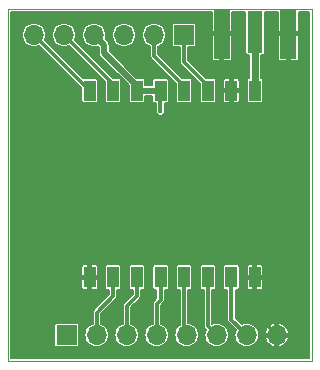
<source format=gbr>
%TF.GenerationSoftware,KiCad,Pcbnew,(5.1.4)-1*%
%TF.CreationDate,2019-10-27T14:05:36-07:00*%
%TF.ProjectId,spriteSAMD,73707269-7465-4534-914d-442e6b696361,rev?*%
%TF.SameCoordinates,Original*%
%TF.FileFunction,Copper,L1,Top*%
%TF.FilePolarity,Positive*%
%FSLAX46Y46*%
G04 Gerber Fmt 4.6, Leading zero omitted, Abs format (unit mm)*
G04 Created by KiCad (PCBNEW (5.1.4)-1) date 2019-10-27 14:05:36*
%MOMM*%
%LPD*%
G04 APERTURE LIST*
%ADD10C,0.100000*%
%ADD11O,1.700000X1.700000*%
%ADD12R,1.700000X1.700000*%
%ADD13R,1.270000X3.600000*%
%ADD14R,1.350000X4.200000*%
%ADD15R,1.000000X1.800000*%
%ADD16C,0.450000*%
%ADD17C,0.330200*%
%ADD18C,0.548640*%
%ADD19C,0.600000*%
%ADD20C,0.127000*%
G04 APERTURE END LIST*
D10*
X145999200Y-65938400D02*
X170408600Y-65938400D01*
X145999200Y-95707200D02*
X145999200Y-65938400D01*
X171704000Y-95707200D02*
X145999200Y-95707200D01*
X171704000Y-65938400D02*
X171704000Y-95707200D01*
X170408600Y-65938400D02*
X171704000Y-65938400D01*
D11*
X148183600Y-68148200D03*
X150723600Y-68148200D03*
X153263600Y-68148200D03*
X155803600Y-68148200D03*
X158343600Y-68148200D03*
D12*
X160883600Y-68148200D03*
D13*
X166903400Y-67846600D03*
D14*
X164078400Y-68046600D03*
X169728400Y-68046600D03*
D11*
X168732200Y-93548200D03*
X166192200Y-93548200D03*
X163652200Y-93548200D03*
X161112200Y-93548200D03*
X158572200Y-93548200D03*
X156032200Y-93548200D03*
X153492200Y-93548200D03*
D12*
X150952200Y-93548200D03*
D15*
X152893000Y-72846600D03*
X154893000Y-72846600D03*
X156893000Y-72846600D03*
X158893000Y-72846600D03*
X160893000Y-72846600D03*
X162893000Y-72846600D03*
X164893000Y-72846600D03*
X166893000Y-72846600D03*
X166893000Y-88646600D03*
X164893000Y-88646600D03*
X162893000Y-88646600D03*
X160893000Y-88646600D03*
X158893000Y-88646600D03*
X156893000Y-88646600D03*
X154893000Y-88646600D03*
X152893000Y-88646600D03*
D16*
X168325800Y-67589400D03*
X166065200Y-70104000D03*
X166116000Y-70688200D03*
X166090600Y-71399400D03*
X167767000Y-70078600D03*
X167716200Y-70662800D03*
X167741600Y-71374000D03*
X167919400Y-72085200D03*
X167919400Y-72745600D03*
X167944800Y-73380600D03*
X167817800Y-74015600D03*
X167360600Y-74269600D03*
X166725600Y-74295000D03*
X166116000Y-74193400D03*
X165963600Y-72847200D03*
X165506400Y-66725800D03*
X165506400Y-67589400D03*
X165506400Y-68503800D03*
X165531800Y-69392800D03*
X168300400Y-69418200D03*
X168300400Y-68529200D03*
X168325800Y-66700400D03*
X158877000Y-74574400D03*
D17*
X166893000Y-91709000D02*
X168732200Y-93548200D01*
X166893000Y-88646600D02*
X166893000Y-91709000D01*
X154893000Y-88646600D02*
X154893000Y-90242400D01*
X153492200Y-91643200D02*
X153492200Y-93548200D01*
X154893000Y-90242400D02*
X153492200Y-91643200D01*
X158893000Y-88646600D02*
X158893000Y-90585800D01*
X158572200Y-90906600D02*
X158572200Y-93548200D01*
X158893000Y-90585800D02*
X158572200Y-90906600D01*
X156032200Y-91059000D02*
X156032200Y-93548200D01*
X156893000Y-88646600D02*
X156893000Y-90198200D01*
X156893000Y-90198200D02*
X156032200Y-91059000D01*
X160893000Y-93329000D02*
X161112200Y-93548200D01*
X160893000Y-88646600D02*
X160893000Y-93329000D01*
X162893000Y-92789000D02*
X163652200Y-93548200D01*
X162893000Y-88646600D02*
X162893000Y-92789000D01*
X162893000Y-72446600D02*
X162893000Y-72846600D01*
X160883600Y-70437200D02*
X162893000Y-72446600D01*
X160883600Y-68148200D02*
X160883600Y-70437200D01*
X158343600Y-69897200D02*
X158343600Y-68148200D01*
X160893000Y-72846600D02*
X160893000Y-72446600D01*
X160893000Y-72446600D02*
X158343600Y-69897200D01*
X158877000Y-72862600D02*
X158893000Y-72846600D01*
X158877000Y-74574400D02*
X158877000Y-72862600D01*
D18*
X156893000Y-72446600D02*
X156893000Y-72846600D01*
X154113599Y-69667199D02*
X156893000Y-72446600D01*
X153263600Y-68148200D02*
X154113599Y-68998199D01*
X154113599Y-68998199D02*
X154113599Y-69667199D01*
X156893000Y-72846600D02*
X158893000Y-72846600D01*
D17*
X154893000Y-72317600D02*
X154893000Y-72846600D01*
X150723600Y-68148200D02*
X154893000Y-72317600D01*
X152882000Y-72846600D02*
X152893000Y-72846600D01*
X148183600Y-68148200D02*
X152882000Y-72846600D01*
X164893000Y-92249000D02*
X166192200Y-93548200D01*
X164893000Y-88646600D02*
X164893000Y-92249000D01*
D19*
X166903400Y-72836200D02*
X166893000Y-72846600D01*
X166903400Y-67846600D02*
X166903400Y-72836200D01*
D20*
G36*
X163212900Y-67871975D02*
G01*
X163260525Y-67919600D01*
X163951400Y-67919600D01*
X163951400Y-67899600D01*
X164205400Y-67899600D01*
X164205400Y-67919600D01*
X164896275Y-67919600D01*
X164943900Y-67871975D01*
X164944711Y-66178900D01*
X166076979Y-66178900D01*
X166076979Y-69646600D01*
X166080657Y-69683944D01*
X166091550Y-69719854D01*
X166109239Y-69752948D01*
X166133045Y-69781955D01*
X166162052Y-69805761D01*
X166195146Y-69823450D01*
X166231056Y-69834343D01*
X166268400Y-69838021D01*
X166408100Y-69838021D01*
X166408100Y-71755179D01*
X166393000Y-71755179D01*
X166355656Y-71758857D01*
X166319746Y-71769750D01*
X166286652Y-71787439D01*
X166257645Y-71811245D01*
X166233839Y-71840252D01*
X166216150Y-71873346D01*
X166205257Y-71909256D01*
X166201579Y-71946600D01*
X166201579Y-73746600D01*
X166205257Y-73783944D01*
X166216150Y-73819854D01*
X166233839Y-73852948D01*
X166257645Y-73881955D01*
X166286652Y-73905761D01*
X166319746Y-73923450D01*
X166355656Y-73934343D01*
X166393000Y-73938021D01*
X167393000Y-73938021D01*
X167430344Y-73934343D01*
X167466254Y-73923450D01*
X167499348Y-73905761D01*
X167528355Y-73881955D01*
X167552161Y-73852948D01*
X167569850Y-73819854D01*
X167580743Y-73783944D01*
X167584421Y-73746600D01*
X167584421Y-71946600D01*
X167580743Y-71909256D01*
X167569850Y-71873346D01*
X167552161Y-71840252D01*
X167528355Y-71811245D01*
X167499348Y-71787439D01*
X167466254Y-71769750D01*
X167430344Y-71758857D01*
X167398700Y-71755740D01*
X167398700Y-70146600D01*
X168861978Y-70146600D01*
X168865656Y-70183945D01*
X168876549Y-70219854D01*
X168894238Y-70252948D01*
X168918044Y-70281956D01*
X168947052Y-70305762D01*
X168980146Y-70323451D01*
X169016055Y-70334344D01*
X169053400Y-70338022D01*
X169553775Y-70337100D01*
X169601400Y-70289475D01*
X169601400Y-68173600D01*
X169855400Y-68173600D01*
X169855400Y-70289475D01*
X169903025Y-70337100D01*
X170403400Y-70338022D01*
X170440745Y-70334344D01*
X170476654Y-70323451D01*
X170509748Y-70305762D01*
X170538756Y-70281956D01*
X170562562Y-70252948D01*
X170580251Y-70219854D01*
X170591144Y-70183945D01*
X170594822Y-70146600D01*
X170593900Y-68221225D01*
X170546275Y-68173600D01*
X169855400Y-68173600D01*
X169601400Y-68173600D01*
X168910525Y-68173600D01*
X168862900Y-68221225D01*
X168861978Y-70146600D01*
X167398700Y-70146600D01*
X167398700Y-69838021D01*
X167538400Y-69838021D01*
X167575744Y-69834343D01*
X167611654Y-69823450D01*
X167644748Y-69805761D01*
X167673755Y-69781955D01*
X167697561Y-69752948D01*
X167715250Y-69719854D01*
X167726143Y-69683944D01*
X167729821Y-69646600D01*
X167729821Y-66178900D01*
X168862089Y-66178900D01*
X168862900Y-67871975D01*
X168910525Y-67919600D01*
X169601400Y-67919600D01*
X169601400Y-67899600D01*
X169855400Y-67899600D01*
X169855400Y-67919600D01*
X170546275Y-67919600D01*
X170593900Y-67871975D01*
X170594711Y-66178900D01*
X171463500Y-66178900D01*
X171463501Y-95466700D01*
X146239700Y-95466700D01*
X146239700Y-92698200D01*
X149910779Y-92698200D01*
X149910779Y-94398200D01*
X149914457Y-94435544D01*
X149925350Y-94471454D01*
X149943039Y-94504548D01*
X149966845Y-94533555D01*
X149995852Y-94557361D01*
X150028946Y-94575050D01*
X150064856Y-94585943D01*
X150102200Y-94589621D01*
X151802200Y-94589621D01*
X151839544Y-94585943D01*
X151875454Y-94575050D01*
X151908548Y-94557361D01*
X151937555Y-94533555D01*
X151961361Y-94504548D01*
X151979050Y-94471454D01*
X151989943Y-94435544D01*
X151993621Y-94398200D01*
X151993621Y-93548200D01*
X152446666Y-93548200D01*
X152466756Y-93752174D01*
X152526253Y-93948309D01*
X152622870Y-94129068D01*
X152752896Y-94287504D01*
X152911332Y-94417530D01*
X153092091Y-94514147D01*
X153288226Y-94573644D01*
X153441090Y-94588700D01*
X153543310Y-94588700D01*
X153696174Y-94573644D01*
X153892309Y-94514147D01*
X154073068Y-94417530D01*
X154231504Y-94287504D01*
X154361530Y-94129068D01*
X154458147Y-93948309D01*
X154517644Y-93752174D01*
X154537734Y-93548200D01*
X154986666Y-93548200D01*
X155006756Y-93752174D01*
X155066253Y-93948309D01*
X155162870Y-94129068D01*
X155292896Y-94287504D01*
X155451332Y-94417530D01*
X155632091Y-94514147D01*
X155828226Y-94573644D01*
X155981090Y-94588700D01*
X156083310Y-94588700D01*
X156236174Y-94573644D01*
X156432309Y-94514147D01*
X156613068Y-94417530D01*
X156771504Y-94287504D01*
X156901530Y-94129068D01*
X156998147Y-93948309D01*
X157057644Y-93752174D01*
X157077734Y-93548200D01*
X157526666Y-93548200D01*
X157546756Y-93752174D01*
X157606253Y-93948309D01*
X157702870Y-94129068D01*
X157832896Y-94287504D01*
X157991332Y-94417530D01*
X158172091Y-94514147D01*
X158368226Y-94573644D01*
X158521090Y-94588700D01*
X158623310Y-94588700D01*
X158776174Y-94573644D01*
X158972309Y-94514147D01*
X159153068Y-94417530D01*
X159311504Y-94287504D01*
X159441530Y-94129068D01*
X159538147Y-93948309D01*
X159597644Y-93752174D01*
X159617734Y-93548200D01*
X160066666Y-93548200D01*
X160086756Y-93752174D01*
X160146253Y-93948309D01*
X160242870Y-94129068D01*
X160372896Y-94287504D01*
X160531332Y-94417530D01*
X160712091Y-94514147D01*
X160908226Y-94573644D01*
X161061090Y-94588700D01*
X161163310Y-94588700D01*
X161316174Y-94573644D01*
X161512309Y-94514147D01*
X161693068Y-94417530D01*
X161851504Y-94287504D01*
X161981530Y-94129068D01*
X162078147Y-93948309D01*
X162137644Y-93752174D01*
X162157734Y-93548200D01*
X162137644Y-93344226D01*
X162078147Y-93148091D01*
X161981530Y-92967332D01*
X161851504Y-92808896D01*
X161693068Y-92678870D01*
X161512309Y-92582253D01*
X161316174Y-92522756D01*
X161248600Y-92516100D01*
X161248600Y-89738021D01*
X161393000Y-89738021D01*
X161430344Y-89734343D01*
X161466254Y-89723450D01*
X161499348Y-89705761D01*
X161528355Y-89681955D01*
X161552161Y-89652948D01*
X161569850Y-89619854D01*
X161580743Y-89583944D01*
X161584421Y-89546600D01*
X161584421Y-87746600D01*
X162201579Y-87746600D01*
X162201579Y-89546600D01*
X162205257Y-89583944D01*
X162216150Y-89619854D01*
X162233839Y-89652948D01*
X162257645Y-89681955D01*
X162286652Y-89705761D01*
X162319746Y-89723450D01*
X162355656Y-89734343D01*
X162393000Y-89738021D01*
X162537400Y-89738021D01*
X162537401Y-92771535D01*
X162535681Y-92789000D01*
X162542546Y-92858710D01*
X162562880Y-92925741D01*
X162579390Y-92956628D01*
X162595900Y-92987516D01*
X162640338Y-93041663D01*
X162653901Y-93052794D01*
X162708178Y-93107071D01*
X162686253Y-93148091D01*
X162626756Y-93344226D01*
X162606666Y-93548200D01*
X162626756Y-93752174D01*
X162686253Y-93948309D01*
X162782870Y-94129068D01*
X162912896Y-94287504D01*
X163071332Y-94417530D01*
X163252091Y-94514147D01*
X163448226Y-94573644D01*
X163601090Y-94588700D01*
X163703310Y-94588700D01*
X163856174Y-94573644D01*
X164052309Y-94514147D01*
X164233068Y-94417530D01*
X164391504Y-94287504D01*
X164521530Y-94129068D01*
X164618147Y-93948309D01*
X164677644Y-93752174D01*
X164697734Y-93548200D01*
X164677644Y-93344226D01*
X164618147Y-93148091D01*
X164521530Y-92967332D01*
X164391504Y-92808896D01*
X164233068Y-92678870D01*
X164052309Y-92582253D01*
X163856174Y-92522756D01*
X163703310Y-92507700D01*
X163601090Y-92507700D01*
X163448226Y-92522756D01*
X163252091Y-92582253D01*
X163248600Y-92584119D01*
X163248600Y-89738021D01*
X163393000Y-89738021D01*
X163430344Y-89734343D01*
X163466254Y-89723450D01*
X163499348Y-89705761D01*
X163528355Y-89681955D01*
X163552161Y-89652948D01*
X163569850Y-89619854D01*
X163580743Y-89583944D01*
X163584421Y-89546600D01*
X163584421Y-87746600D01*
X164201579Y-87746600D01*
X164201579Y-89546600D01*
X164205257Y-89583944D01*
X164216150Y-89619854D01*
X164233839Y-89652948D01*
X164257645Y-89681955D01*
X164286652Y-89705761D01*
X164319746Y-89723450D01*
X164355656Y-89734343D01*
X164393000Y-89738021D01*
X164537400Y-89738021D01*
X164537401Y-92231535D01*
X164535681Y-92249000D01*
X164542546Y-92318710D01*
X164562880Y-92385741D01*
X164579390Y-92416628D01*
X164595900Y-92447516D01*
X164640338Y-92501663D01*
X164653901Y-92512794D01*
X165248178Y-93107072D01*
X165226253Y-93148091D01*
X165166756Y-93344226D01*
X165146666Y-93548200D01*
X165166756Y-93752174D01*
X165226253Y-93948309D01*
X165322870Y-94129068D01*
X165452896Y-94287504D01*
X165611332Y-94417530D01*
X165792091Y-94514147D01*
X165988226Y-94573644D01*
X166141090Y-94588700D01*
X166243310Y-94588700D01*
X166396174Y-94573644D01*
X166592309Y-94514147D01*
X166773068Y-94417530D01*
X166931504Y-94287504D01*
X167061530Y-94129068D01*
X167158147Y-93948309D01*
X167192461Y-93835191D01*
X167732055Y-93835191D01*
X167807262Y-94024795D01*
X167918013Y-94196084D01*
X168060053Y-94342475D01*
X168227923Y-94458343D01*
X168415173Y-94539234D01*
X168445211Y-94548338D01*
X168605200Y-94532919D01*
X168605200Y-93675200D01*
X168859200Y-93675200D01*
X168859200Y-94532919D01*
X169019189Y-94548338D01*
X169049227Y-94539234D01*
X169236477Y-94458343D01*
X169404347Y-94342475D01*
X169546387Y-94196084D01*
X169657138Y-94024795D01*
X169732345Y-93835191D01*
X169717302Y-93675200D01*
X168859200Y-93675200D01*
X168605200Y-93675200D01*
X167747098Y-93675200D01*
X167732055Y-93835191D01*
X167192461Y-93835191D01*
X167217644Y-93752174D01*
X167237734Y-93548200D01*
X167217644Y-93344226D01*
X167192462Y-93261209D01*
X167732055Y-93261209D01*
X167747098Y-93421200D01*
X168605200Y-93421200D01*
X168605200Y-92563481D01*
X168859200Y-92563481D01*
X168859200Y-93421200D01*
X169717302Y-93421200D01*
X169732345Y-93261209D01*
X169657138Y-93071605D01*
X169546387Y-92900316D01*
X169404347Y-92753925D01*
X169236477Y-92638057D01*
X169049227Y-92557166D01*
X169019189Y-92548062D01*
X168859200Y-92563481D01*
X168605200Y-92563481D01*
X168445211Y-92548062D01*
X168415173Y-92557166D01*
X168227923Y-92638057D01*
X168060053Y-92753925D01*
X167918013Y-92900316D01*
X167807262Y-93071605D01*
X167732055Y-93261209D01*
X167192462Y-93261209D01*
X167158147Y-93148091D01*
X167061530Y-92967332D01*
X166931504Y-92808896D01*
X166773068Y-92678870D01*
X166592309Y-92582253D01*
X166396174Y-92522756D01*
X166243310Y-92507700D01*
X166141090Y-92507700D01*
X165988226Y-92522756D01*
X165792091Y-92582253D01*
X165751072Y-92604178D01*
X165248600Y-92101707D01*
X165248600Y-89738021D01*
X165393000Y-89738021D01*
X165430344Y-89734343D01*
X165466254Y-89723450D01*
X165499348Y-89705761D01*
X165528355Y-89681955D01*
X165552161Y-89652948D01*
X165569850Y-89619854D01*
X165580743Y-89583944D01*
X165584421Y-89546600D01*
X166201578Y-89546600D01*
X166205256Y-89583945D01*
X166216149Y-89619854D01*
X166233838Y-89652948D01*
X166257644Y-89681956D01*
X166286652Y-89705762D01*
X166319746Y-89723451D01*
X166355655Y-89734344D01*
X166393000Y-89738022D01*
X166718375Y-89737100D01*
X166766000Y-89689475D01*
X166766000Y-88773600D01*
X167020000Y-88773600D01*
X167020000Y-89689475D01*
X167067625Y-89737100D01*
X167393000Y-89738022D01*
X167430345Y-89734344D01*
X167466254Y-89723451D01*
X167499348Y-89705762D01*
X167528356Y-89681956D01*
X167552162Y-89652948D01*
X167569851Y-89619854D01*
X167580744Y-89583945D01*
X167584422Y-89546600D01*
X167583500Y-88821225D01*
X167535875Y-88773600D01*
X167020000Y-88773600D01*
X166766000Y-88773600D01*
X166250125Y-88773600D01*
X166202500Y-88821225D01*
X166201578Y-89546600D01*
X165584421Y-89546600D01*
X165584421Y-87746600D01*
X166201578Y-87746600D01*
X166202500Y-88471975D01*
X166250125Y-88519600D01*
X166766000Y-88519600D01*
X166766000Y-87603725D01*
X167020000Y-87603725D01*
X167020000Y-88519600D01*
X167535875Y-88519600D01*
X167583500Y-88471975D01*
X167584422Y-87746600D01*
X167580744Y-87709255D01*
X167569851Y-87673346D01*
X167552162Y-87640252D01*
X167528356Y-87611244D01*
X167499348Y-87587438D01*
X167466254Y-87569749D01*
X167430345Y-87558856D01*
X167393000Y-87555178D01*
X167067625Y-87556100D01*
X167020000Y-87603725D01*
X166766000Y-87603725D01*
X166718375Y-87556100D01*
X166393000Y-87555178D01*
X166355655Y-87558856D01*
X166319746Y-87569749D01*
X166286652Y-87587438D01*
X166257644Y-87611244D01*
X166233838Y-87640252D01*
X166216149Y-87673346D01*
X166205256Y-87709255D01*
X166201578Y-87746600D01*
X165584421Y-87746600D01*
X165580743Y-87709256D01*
X165569850Y-87673346D01*
X165552161Y-87640252D01*
X165528355Y-87611245D01*
X165499348Y-87587439D01*
X165466254Y-87569750D01*
X165430344Y-87558857D01*
X165393000Y-87555179D01*
X164393000Y-87555179D01*
X164355656Y-87558857D01*
X164319746Y-87569750D01*
X164286652Y-87587439D01*
X164257645Y-87611245D01*
X164233839Y-87640252D01*
X164216150Y-87673346D01*
X164205257Y-87709256D01*
X164201579Y-87746600D01*
X163584421Y-87746600D01*
X163580743Y-87709256D01*
X163569850Y-87673346D01*
X163552161Y-87640252D01*
X163528355Y-87611245D01*
X163499348Y-87587439D01*
X163466254Y-87569750D01*
X163430344Y-87558857D01*
X163393000Y-87555179D01*
X162393000Y-87555179D01*
X162355656Y-87558857D01*
X162319746Y-87569750D01*
X162286652Y-87587439D01*
X162257645Y-87611245D01*
X162233839Y-87640252D01*
X162216150Y-87673346D01*
X162205257Y-87709256D01*
X162201579Y-87746600D01*
X161584421Y-87746600D01*
X161580743Y-87709256D01*
X161569850Y-87673346D01*
X161552161Y-87640252D01*
X161528355Y-87611245D01*
X161499348Y-87587439D01*
X161466254Y-87569750D01*
X161430344Y-87558857D01*
X161393000Y-87555179D01*
X160393000Y-87555179D01*
X160355656Y-87558857D01*
X160319746Y-87569750D01*
X160286652Y-87587439D01*
X160257645Y-87611245D01*
X160233839Y-87640252D01*
X160216150Y-87673346D01*
X160205257Y-87709256D01*
X160201579Y-87746600D01*
X160201579Y-89546600D01*
X160205257Y-89583944D01*
X160216150Y-89619854D01*
X160233839Y-89652948D01*
X160257645Y-89681955D01*
X160286652Y-89705761D01*
X160319746Y-89723450D01*
X160355656Y-89734343D01*
X160393000Y-89738021D01*
X160537400Y-89738021D01*
X160537401Y-92675626D01*
X160531332Y-92678870D01*
X160372896Y-92808896D01*
X160242870Y-92967332D01*
X160146253Y-93148091D01*
X160086756Y-93344226D01*
X160066666Y-93548200D01*
X159617734Y-93548200D01*
X159597644Y-93344226D01*
X159538147Y-93148091D01*
X159441530Y-92967332D01*
X159311504Y-92808896D01*
X159153068Y-92678870D01*
X158972309Y-92582253D01*
X158927800Y-92568751D01*
X158927800Y-91053893D01*
X159132099Y-90849595D01*
X159145663Y-90838463D01*
X159190101Y-90784316D01*
X159223121Y-90722540D01*
X159243454Y-90655510D01*
X159248600Y-90603263D01*
X159248600Y-90603255D01*
X159250319Y-90585800D01*
X159248600Y-90568345D01*
X159248600Y-89738021D01*
X159393000Y-89738021D01*
X159430344Y-89734343D01*
X159466254Y-89723450D01*
X159499348Y-89705761D01*
X159528355Y-89681955D01*
X159552161Y-89652948D01*
X159569850Y-89619854D01*
X159580743Y-89583944D01*
X159584421Y-89546600D01*
X159584421Y-87746600D01*
X159580743Y-87709256D01*
X159569850Y-87673346D01*
X159552161Y-87640252D01*
X159528355Y-87611245D01*
X159499348Y-87587439D01*
X159466254Y-87569750D01*
X159430344Y-87558857D01*
X159393000Y-87555179D01*
X158393000Y-87555179D01*
X158355656Y-87558857D01*
X158319746Y-87569750D01*
X158286652Y-87587439D01*
X158257645Y-87611245D01*
X158233839Y-87640252D01*
X158216150Y-87673346D01*
X158205257Y-87709256D01*
X158201579Y-87746600D01*
X158201579Y-89546600D01*
X158205257Y-89583944D01*
X158216150Y-89619854D01*
X158233839Y-89652948D01*
X158257645Y-89681955D01*
X158286652Y-89705761D01*
X158319746Y-89723450D01*
X158355656Y-89734343D01*
X158393000Y-89738021D01*
X158537401Y-89738021D01*
X158537401Y-90438505D01*
X158333101Y-90642806D01*
X158319537Y-90653938D01*
X158275099Y-90708085D01*
X158246335Y-90761899D01*
X158242080Y-90769859D01*
X158225384Y-90824899D01*
X158221746Y-90836891D01*
X158216600Y-90889138D01*
X158216600Y-90889145D01*
X158214881Y-90906600D01*
X158216600Y-90924056D01*
X158216601Y-92568751D01*
X158172091Y-92582253D01*
X157991332Y-92678870D01*
X157832896Y-92808896D01*
X157702870Y-92967332D01*
X157606253Y-93148091D01*
X157546756Y-93344226D01*
X157526666Y-93548200D01*
X157077734Y-93548200D01*
X157057644Y-93344226D01*
X156998147Y-93148091D01*
X156901530Y-92967332D01*
X156771504Y-92808896D01*
X156613068Y-92678870D01*
X156432309Y-92582253D01*
X156387800Y-92568751D01*
X156387800Y-91206293D01*
X157132100Y-90461994D01*
X157145663Y-90450863D01*
X157190101Y-90396716D01*
X157223121Y-90334940D01*
X157243454Y-90267910D01*
X157248600Y-90215663D01*
X157248600Y-90215656D01*
X157250319Y-90198201D01*
X157248600Y-90180745D01*
X157248600Y-89738021D01*
X157393000Y-89738021D01*
X157430344Y-89734343D01*
X157466254Y-89723450D01*
X157499348Y-89705761D01*
X157528355Y-89681955D01*
X157552161Y-89652948D01*
X157569850Y-89619854D01*
X157580743Y-89583944D01*
X157584421Y-89546600D01*
X157584421Y-87746600D01*
X157580743Y-87709256D01*
X157569850Y-87673346D01*
X157552161Y-87640252D01*
X157528355Y-87611245D01*
X157499348Y-87587439D01*
X157466254Y-87569750D01*
X157430344Y-87558857D01*
X157393000Y-87555179D01*
X156393000Y-87555179D01*
X156355656Y-87558857D01*
X156319746Y-87569750D01*
X156286652Y-87587439D01*
X156257645Y-87611245D01*
X156233839Y-87640252D01*
X156216150Y-87673346D01*
X156205257Y-87709256D01*
X156201579Y-87746600D01*
X156201579Y-89546600D01*
X156205257Y-89583944D01*
X156216150Y-89619854D01*
X156233839Y-89652948D01*
X156257645Y-89681955D01*
X156286652Y-89705761D01*
X156319746Y-89723450D01*
X156355656Y-89734343D01*
X156393000Y-89738021D01*
X156537401Y-89738021D01*
X156537401Y-90050905D01*
X155793101Y-90795205D01*
X155779537Y-90806338D01*
X155735099Y-90860485D01*
X155702079Y-90922261D01*
X155681746Y-90989291D01*
X155676600Y-91041538D01*
X155676600Y-91041545D01*
X155674881Y-91059000D01*
X155676600Y-91076456D01*
X155676601Y-92568751D01*
X155632091Y-92582253D01*
X155451332Y-92678870D01*
X155292896Y-92808896D01*
X155162870Y-92967332D01*
X155066253Y-93148091D01*
X155006756Y-93344226D01*
X154986666Y-93548200D01*
X154537734Y-93548200D01*
X154517644Y-93344226D01*
X154458147Y-93148091D01*
X154361530Y-92967332D01*
X154231504Y-92808896D01*
X154073068Y-92678870D01*
X153892309Y-92582253D01*
X153847800Y-92568751D01*
X153847800Y-91790493D01*
X155132105Y-90506190D01*
X155145663Y-90495063D01*
X155156790Y-90481505D01*
X155156795Y-90481500D01*
X155190100Y-90440917D01*
X155223120Y-90379142D01*
X155236528Y-90334942D01*
X155243454Y-90312110D01*
X155248600Y-90259863D01*
X155248600Y-90259854D01*
X155250319Y-90242401D01*
X155248600Y-90224948D01*
X155248600Y-89738021D01*
X155393000Y-89738021D01*
X155430344Y-89734343D01*
X155466254Y-89723450D01*
X155499348Y-89705761D01*
X155528355Y-89681955D01*
X155552161Y-89652948D01*
X155569850Y-89619854D01*
X155580743Y-89583944D01*
X155584421Y-89546600D01*
X155584421Y-87746600D01*
X155580743Y-87709256D01*
X155569850Y-87673346D01*
X155552161Y-87640252D01*
X155528355Y-87611245D01*
X155499348Y-87587439D01*
X155466254Y-87569750D01*
X155430344Y-87558857D01*
X155393000Y-87555179D01*
X154393000Y-87555179D01*
X154355656Y-87558857D01*
X154319746Y-87569750D01*
X154286652Y-87587439D01*
X154257645Y-87611245D01*
X154233839Y-87640252D01*
X154216150Y-87673346D01*
X154205257Y-87709256D01*
X154201579Y-87746600D01*
X154201579Y-89546600D01*
X154205257Y-89583944D01*
X154216150Y-89619854D01*
X154233839Y-89652948D01*
X154257645Y-89681955D01*
X154286652Y-89705761D01*
X154319746Y-89723450D01*
X154355656Y-89734343D01*
X154393000Y-89738021D01*
X154537401Y-89738021D01*
X154537401Y-90095104D01*
X153253101Y-91379406D01*
X153239537Y-91390538D01*
X153195099Y-91444685D01*
X153162079Y-91506461D01*
X153141746Y-91573491D01*
X153136600Y-91625738D01*
X153136600Y-91625745D01*
X153134881Y-91643200D01*
X153136600Y-91660656D01*
X153136600Y-92568751D01*
X153092091Y-92582253D01*
X152911332Y-92678870D01*
X152752896Y-92808896D01*
X152622870Y-92967332D01*
X152526253Y-93148091D01*
X152466756Y-93344226D01*
X152446666Y-93548200D01*
X151993621Y-93548200D01*
X151993621Y-92698200D01*
X151989943Y-92660856D01*
X151979050Y-92624946D01*
X151961361Y-92591852D01*
X151937555Y-92562845D01*
X151908548Y-92539039D01*
X151875454Y-92521350D01*
X151839544Y-92510457D01*
X151802200Y-92506779D01*
X150102200Y-92506779D01*
X150064856Y-92510457D01*
X150028946Y-92521350D01*
X149995852Y-92539039D01*
X149966845Y-92562845D01*
X149943039Y-92591852D01*
X149925350Y-92624946D01*
X149914457Y-92660856D01*
X149910779Y-92698200D01*
X146239700Y-92698200D01*
X146239700Y-89546600D01*
X152201578Y-89546600D01*
X152205256Y-89583945D01*
X152216149Y-89619854D01*
X152233838Y-89652948D01*
X152257644Y-89681956D01*
X152286652Y-89705762D01*
X152319746Y-89723451D01*
X152355655Y-89734344D01*
X152393000Y-89738022D01*
X152718375Y-89737100D01*
X152766000Y-89689475D01*
X152766000Y-88773600D01*
X153020000Y-88773600D01*
X153020000Y-89689475D01*
X153067625Y-89737100D01*
X153393000Y-89738022D01*
X153430345Y-89734344D01*
X153466254Y-89723451D01*
X153499348Y-89705762D01*
X153528356Y-89681956D01*
X153552162Y-89652948D01*
X153569851Y-89619854D01*
X153580744Y-89583945D01*
X153584422Y-89546600D01*
X153583500Y-88821225D01*
X153535875Y-88773600D01*
X153020000Y-88773600D01*
X152766000Y-88773600D01*
X152250125Y-88773600D01*
X152202500Y-88821225D01*
X152201578Y-89546600D01*
X146239700Y-89546600D01*
X146239700Y-87746600D01*
X152201578Y-87746600D01*
X152202500Y-88471975D01*
X152250125Y-88519600D01*
X152766000Y-88519600D01*
X152766000Y-87603725D01*
X153020000Y-87603725D01*
X153020000Y-88519600D01*
X153535875Y-88519600D01*
X153583500Y-88471975D01*
X153584422Y-87746600D01*
X153580744Y-87709255D01*
X153569851Y-87673346D01*
X153552162Y-87640252D01*
X153528356Y-87611244D01*
X153499348Y-87587438D01*
X153466254Y-87569749D01*
X153430345Y-87558856D01*
X153393000Y-87555178D01*
X153067625Y-87556100D01*
X153020000Y-87603725D01*
X152766000Y-87603725D01*
X152718375Y-87556100D01*
X152393000Y-87555178D01*
X152355655Y-87558856D01*
X152319746Y-87569749D01*
X152286652Y-87587438D01*
X152257644Y-87611244D01*
X152233838Y-87640252D01*
X152216149Y-87673346D01*
X152205256Y-87709255D01*
X152201578Y-87746600D01*
X146239700Y-87746600D01*
X146239700Y-68148200D01*
X147138066Y-68148200D01*
X147158156Y-68352174D01*
X147217653Y-68548309D01*
X147314270Y-68729068D01*
X147444296Y-68887504D01*
X147602732Y-69017530D01*
X147783491Y-69114147D01*
X147979626Y-69173644D01*
X148132490Y-69188700D01*
X148234710Y-69188700D01*
X148387574Y-69173644D01*
X148583709Y-69114147D01*
X148624729Y-69092222D01*
X152201579Y-72669073D01*
X152201579Y-73746600D01*
X152205257Y-73783944D01*
X152216150Y-73819854D01*
X152233839Y-73852948D01*
X152257645Y-73881955D01*
X152286652Y-73905761D01*
X152319746Y-73923450D01*
X152355656Y-73934343D01*
X152393000Y-73938021D01*
X153393000Y-73938021D01*
X153430344Y-73934343D01*
X153466254Y-73923450D01*
X153499348Y-73905761D01*
X153528355Y-73881955D01*
X153552161Y-73852948D01*
X153569850Y-73819854D01*
X153580743Y-73783944D01*
X153584421Y-73746600D01*
X153584421Y-71946600D01*
X153580743Y-71909256D01*
X153569850Y-71873346D01*
X153552161Y-71840252D01*
X153528355Y-71811245D01*
X153499348Y-71787439D01*
X153466254Y-71769750D01*
X153430344Y-71758857D01*
X153393000Y-71755179D01*
X152393000Y-71755179D01*
X152355656Y-71758857D01*
X152319746Y-71769750D01*
X152312120Y-71773826D01*
X149127622Y-68589329D01*
X149149547Y-68548309D01*
X149209044Y-68352174D01*
X149229134Y-68148200D01*
X149678066Y-68148200D01*
X149698156Y-68352174D01*
X149757653Y-68548309D01*
X149854270Y-68729068D01*
X149984296Y-68887504D01*
X150142732Y-69017530D01*
X150323491Y-69114147D01*
X150519626Y-69173644D01*
X150672490Y-69188700D01*
X150774710Y-69188700D01*
X150927574Y-69173644D01*
X151123709Y-69114147D01*
X151164729Y-69092222D01*
X154201579Y-72129073D01*
X154201579Y-73746600D01*
X154205257Y-73783944D01*
X154216150Y-73819854D01*
X154233839Y-73852948D01*
X154257645Y-73881955D01*
X154286652Y-73905761D01*
X154319746Y-73923450D01*
X154355656Y-73934343D01*
X154393000Y-73938021D01*
X155393000Y-73938021D01*
X155430344Y-73934343D01*
X155466254Y-73923450D01*
X155499348Y-73905761D01*
X155528355Y-73881955D01*
X155552161Y-73852948D01*
X155569850Y-73819854D01*
X155580743Y-73783944D01*
X155584421Y-73746600D01*
X155584421Y-71946600D01*
X155580743Y-71909256D01*
X155569850Y-71873346D01*
X155552161Y-71840252D01*
X155528355Y-71811245D01*
X155499348Y-71787439D01*
X155466254Y-71769750D01*
X155430344Y-71758857D01*
X155393000Y-71755179D01*
X154833473Y-71755179D01*
X151667622Y-68589329D01*
X151689547Y-68548309D01*
X151749044Y-68352174D01*
X151769134Y-68148200D01*
X152218066Y-68148200D01*
X152238156Y-68352174D01*
X152297653Y-68548309D01*
X152394270Y-68729068D01*
X152524296Y-68887504D01*
X152682732Y-69017530D01*
X152863491Y-69114147D01*
X153059626Y-69173644D01*
X153212490Y-69188700D01*
X153314710Y-69188700D01*
X153467574Y-69173644D01*
X153593492Y-69135447D01*
X153648779Y-69190734D01*
X153648780Y-69644356D01*
X153646530Y-69667199D01*
X153655505Y-69758319D01*
X153678567Y-69834343D01*
X153682085Y-69845939D01*
X153725246Y-69926689D01*
X153783332Y-69997467D01*
X153801071Y-70012025D01*
X156201579Y-72412534D01*
X156201579Y-73746600D01*
X156205257Y-73783944D01*
X156216150Y-73819854D01*
X156233839Y-73852948D01*
X156257645Y-73881955D01*
X156286652Y-73905761D01*
X156319746Y-73923450D01*
X156355656Y-73934343D01*
X156393000Y-73938021D01*
X157393000Y-73938021D01*
X157430344Y-73934343D01*
X157466254Y-73923450D01*
X157499348Y-73905761D01*
X157528355Y-73881955D01*
X157552161Y-73852948D01*
X157569850Y-73819854D01*
X157580743Y-73783944D01*
X157584421Y-73746600D01*
X157584421Y-73311420D01*
X158201579Y-73311420D01*
X158201579Y-73746600D01*
X158205257Y-73783944D01*
X158216150Y-73819854D01*
X158233839Y-73852948D01*
X158257645Y-73881955D01*
X158286652Y-73905761D01*
X158319746Y-73923450D01*
X158355656Y-73934343D01*
X158393000Y-73938021D01*
X158521400Y-73938021D01*
X158521400Y-74358713D01*
X158508789Y-74377587D01*
X158477468Y-74453203D01*
X158461500Y-74533477D01*
X158461500Y-74615323D01*
X158477468Y-74695597D01*
X158508789Y-74771213D01*
X158554260Y-74839266D01*
X158612134Y-74897140D01*
X158680187Y-74942611D01*
X158755803Y-74973932D01*
X158836077Y-74989900D01*
X158917923Y-74989900D01*
X158998197Y-74973932D01*
X159073813Y-74942611D01*
X159141866Y-74897140D01*
X159199740Y-74839266D01*
X159245211Y-74771213D01*
X159276532Y-74695597D01*
X159292500Y-74615323D01*
X159292500Y-74533477D01*
X159276532Y-74453203D01*
X159245211Y-74377587D01*
X159232600Y-74358713D01*
X159232600Y-73938021D01*
X159393000Y-73938021D01*
X159430344Y-73934343D01*
X159466254Y-73923450D01*
X159499348Y-73905761D01*
X159528355Y-73881955D01*
X159552161Y-73852948D01*
X159569850Y-73819854D01*
X159580743Y-73783944D01*
X159584421Y-73746600D01*
X159584421Y-71946600D01*
X159580743Y-71909256D01*
X159569850Y-71873346D01*
X159552161Y-71840252D01*
X159528355Y-71811245D01*
X159499348Y-71787439D01*
X159466254Y-71769750D01*
X159430344Y-71758857D01*
X159393000Y-71755179D01*
X158393000Y-71755179D01*
X158355656Y-71758857D01*
X158319746Y-71769750D01*
X158286652Y-71787439D01*
X158257645Y-71811245D01*
X158233839Y-71840252D01*
X158216150Y-71873346D01*
X158205257Y-71909256D01*
X158201579Y-71946600D01*
X158201579Y-72381780D01*
X157584421Y-72381780D01*
X157584421Y-71946600D01*
X157580743Y-71909256D01*
X157569850Y-71873346D01*
X157552161Y-71840252D01*
X157528355Y-71811245D01*
X157499348Y-71787439D01*
X157466254Y-71769750D01*
X157430344Y-71758857D01*
X157393000Y-71755179D01*
X156858934Y-71755179D01*
X154578419Y-69474665D01*
X154578419Y-69021032D01*
X154580668Y-68998198D01*
X154571693Y-68907078D01*
X154545114Y-68819460D01*
X154545114Y-68819459D01*
X154501953Y-68738709D01*
X154443867Y-68667931D01*
X154426129Y-68653374D01*
X154250847Y-68478092D01*
X154289044Y-68352174D01*
X154309134Y-68148200D01*
X154758066Y-68148200D01*
X154778156Y-68352174D01*
X154837653Y-68548309D01*
X154934270Y-68729068D01*
X155064296Y-68887504D01*
X155222732Y-69017530D01*
X155403491Y-69114147D01*
X155599626Y-69173644D01*
X155752490Y-69188700D01*
X155854710Y-69188700D01*
X156007574Y-69173644D01*
X156203709Y-69114147D01*
X156384468Y-69017530D01*
X156542904Y-68887504D01*
X156672930Y-68729068D01*
X156769547Y-68548309D01*
X156829044Y-68352174D01*
X156849134Y-68148200D01*
X157298066Y-68148200D01*
X157318156Y-68352174D01*
X157377653Y-68548309D01*
X157474270Y-68729068D01*
X157604296Y-68887504D01*
X157762732Y-69017530D01*
X157943491Y-69114147D01*
X157988000Y-69127649D01*
X157988000Y-69879744D01*
X157986281Y-69897200D01*
X157988000Y-69914655D01*
X157988000Y-69914662D01*
X157993146Y-69966909D01*
X158013479Y-70033939D01*
X158046499Y-70095715D01*
X158090937Y-70149862D01*
X158104502Y-70160995D01*
X160201579Y-72258074D01*
X160201579Y-73746600D01*
X160205257Y-73783944D01*
X160216150Y-73819854D01*
X160233839Y-73852948D01*
X160257645Y-73881955D01*
X160286652Y-73905761D01*
X160319746Y-73923450D01*
X160355656Y-73934343D01*
X160393000Y-73938021D01*
X161393000Y-73938021D01*
X161430344Y-73934343D01*
X161466254Y-73923450D01*
X161499348Y-73905761D01*
X161528355Y-73881955D01*
X161552161Y-73852948D01*
X161569850Y-73819854D01*
X161580743Y-73783944D01*
X161584421Y-73746600D01*
X161584421Y-71946600D01*
X161580743Y-71909256D01*
X161569850Y-71873346D01*
X161552161Y-71840252D01*
X161528355Y-71811245D01*
X161499348Y-71787439D01*
X161466254Y-71769750D01*
X161430344Y-71758857D01*
X161393000Y-71755179D01*
X160704474Y-71755179D01*
X158699200Y-69749907D01*
X158699200Y-69127649D01*
X158743709Y-69114147D01*
X158924468Y-69017530D01*
X159082904Y-68887504D01*
X159212930Y-68729068D01*
X159309547Y-68548309D01*
X159369044Y-68352174D01*
X159389134Y-68148200D01*
X159369044Y-67944226D01*
X159309547Y-67748091D01*
X159212930Y-67567332D01*
X159082904Y-67408896D01*
X158948022Y-67298200D01*
X159842179Y-67298200D01*
X159842179Y-68998200D01*
X159845857Y-69035544D01*
X159856750Y-69071454D01*
X159874439Y-69104548D01*
X159898245Y-69133555D01*
X159927252Y-69157361D01*
X159960346Y-69175050D01*
X159996256Y-69185943D01*
X160033600Y-69189621D01*
X160528000Y-69189621D01*
X160528001Y-70419735D01*
X160526281Y-70437200D01*
X160533146Y-70506910D01*
X160553480Y-70573941D01*
X160569990Y-70604828D01*
X160586500Y-70635716D01*
X160630938Y-70689863D01*
X160644501Y-70700994D01*
X162201579Y-72258073D01*
X162201579Y-73746600D01*
X162205257Y-73783944D01*
X162216150Y-73819854D01*
X162233839Y-73852948D01*
X162257645Y-73881955D01*
X162286652Y-73905761D01*
X162319746Y-73923450D01*
X162355656Y-73934343D01*
X162393000Y-73938021D01*
X163393000Y-73938021D01*
X163430344Y-73934343D01*
X163466254Y-73923450D01*
X163499348Y-73905761D01*
X163528355Y-73881955D01*
X163552161Y-73852948D01*
X163569850Y-73819854D01*
X163580743Y-73783944D01*
X163584421Y-73746600D01*
X164201578Y-73746600D01*
X164205256Y-73783945D01*
X164216149Y-73819854D01*
X164233838Y-73852948D01*
X164257644Y-73881956D01*
X164286652Y-73905762D01*
X164319746Y-73923451D01*
X164355655Y-73934344D01*
X164393000Y-73938022D01*
X164718375Y-73937100D01*
X164766000Y-73889475D01*
X164766000Y-72973600D01*
X165020000Y-72973600D01*
X165020000Y-73889475D01*
X165067625Y-73937100D01*
X165393000Y-73938022D01*
X165430345Y-73934344D01*
X165466254Y-73923451D01*
X165499348Y-73905762D01*
X165528356Y-73881956D01*
X165552162Y-73852948D01*
X165569851Y-73819854D01*
X165580744Y-73783945D01*
X165584422Y-73746600D01*
X165583500Y-73021225D01*
X165535875Y-72973600D01*
X165020000Y-72973600D01*
X164766000Y-72973600D01*
X164250125Y-72973600D01*
X164202500Y-73021225D01*
X164201578Y-73746600D01*
X163584421Y-73746600D01*
X163584421Y-71946600D01*
X164201578Y-71946600D01*
X164202500Y-72671975D01*
X164250125Y-72719600D01*
X164766000Y-72719600D01*
X164766000Y-71803725D01*
X165020000Y-71803725D01*
X165020000Y-72719600D01*
X165535875Y-72719600D01*
X165583500Y-72671975D01*
X165584422Y-71946600D01*
X165580744Y-71909255D01*
X165569851Y-71873346D01*
X165552162Y-71840252D01*
X165528356Y-71811244D01*
X165499348Y-71787438D01*
X165466254Y-71769749D01*
X165430345Y-71758856D01*
X165393000Y-71755178D01*
X165067625Y-71756100D01*
X165020000Y-71803725D01*
X164766000Y-71803725D01*
X164718375Y-71756100D01*
X164393000Y-71755178D01*
X164355655Y-71758856D01*
X164319746Y-71769749D01*
X164286652Y-71787438D01*
X164257644Y-71811244D01*
X164233838Y-71840252D01*
X164216149Y-71873346D01*
X164205256Y-71909255D01*
X164201578Y-71946600D01*
X163584421Y-71946600D01*
X163580743Y-71909256D01*
X163569850Y-71873346D01*
X163552161Y-71840252D01*
X163528355Y-71811245D01*
X163499348Y-71787439D01*
X163466254Y-71769750D01*
X163430344Y-71758857D01*
X163393000Y-71755179D01*
X162704473Y-71755179D01*
X161239200Y-70289907D01*
X161239200Y-70146600D01*
X163211978Y-70146600D01*
X163215656Y-70183945D01*
X163226549Y-70219854D01*
X163244238Y-70252948D01*
X163268044Y-70281956D01*
X163297052Y-70305762D01*
X163330146Y-70323451D01*
X163366055Y-70334344D01*
X163403400Y-70338022D01*
X163903775Y-70337100D01*
X163951400Y-70289475D01*
X163951400Y-68173600D01*
X164205400Y-68173600D01*
X164205400Y-70289475D01*
X164253025Y-70337100D01*
X164753400Y-70338022D01*
X164790745Y-70334344D01*
X164826654Y-70323451D01*
X164859748Y-70305762D01*
X164888756Y-70281956D01*
X164912562Y-70252948D01*
X164930251Y-70219854D01*
X164941144Y-70183945D01*
X164944822Y-70146600D01*
X164943900Y-68221225D01*
X164896275Y-68173600D01*
X164205400Y-68173600D01*
X163951400Y-68173600D01*
X163260525Y-68173600D01*
X163212900Y-68221225D01*
X163211978Y-70146600D01*
X161239200Y-70146600D01*
X161239200Y-69189621D01*
X161733600Y-69189621D01*
X161770944Y-69185943D01*
X161806854Y-69175050D01*
X161839948Y-69157361D01*
X161868955Y-69133555D01*
X161892761Y-69104548D01*
X161910450Y-69071454D01*
X161921343Y-69035544D01*
X161925021Y-68998200D01*
X161925021Y-67298200D01*
X161921343Y-67260856D01*
X161910450Y-67224946D01*
X161892761Y-67191852D01*
X161868955Y-67162845D01*
X161839948Y-67139039D01*
X161806854Y-67121350D01*
X161770944Y-67110457D01*
X161733600Y-67106779D01*
X160033600Y-67106779D01*
X159996256Y-67110457D01*
X159960346Y-67121350D01*
X159927252Y-67139039D01*
X159898245Y-67162845D01*
X159874439Y-67191852D01*
X159856750Y-67224946D01*
X159845857Y-67260856D01*
X159842179Y-67298200D01*
X158948022Y-67298200D01*
X158924468Y-67278870D01*
X158743709Y-67182253D01*
X158547574Y-67122756D01*
X158394710Y-67107700D01*
X158292490Y-67107700D01*
X158139626Y-67122756D01*
X157943491Y-67182253D01*
X157762732Y-67278870D01*
X157604296Y-67408896D01*
X157474270Y-67567332D01*
X157377653Y-67748091D01*
X157318156Y-67944226D01*
X157298066Y-68148200D01*
X156849134Y-68148200D01*
X156829044Y-67944226D01*
X156769547Y-67748091D01*
X156672930Y-67567332D01*
X156542904Y-67408896D01*
X156384468Y-67278870D01*
X156203709Y-67182253D01*
X156007574Y-67122756D01*
X155854710Y-67107700D01*
X155752490Y-67107700D01*
X155599626Y-67122756D01*
X155403491Y-67182253D01*
X155222732Y-67278870D01*
X155064296Y-67408896D01*
X154934270Y-67567332D01*
X154837653Y-67748091D01*
X154778156Y-67944226D01*
X154758066Y-68148200D01*
X154309134Y-68148200D01*
X154289044Y-67944226D01*
X154229547Y-67748091D01*
X154132930Y-67567332D01*
X154002904Y-67408896D01*
X153844468Y-67278870D01*
X153663709Y-67182253D01*
X153467574Y-67122756D01*
X153314710Y-67107700D01*
X153212490Y-67107700D01*
X153059626Y-67122756D01*
X152863491Y-67182253D01*
X152682732Y-67278870D01*
X152524296Y-67408896D01*
X152394270Y-67567332D01*
X152297653Y-67748091D01*
X152238156Y-67944226D01*
X152218066Y-68148200D01*
X151769134Y-68148200D01*
X151749044Y-67944226D01*
X151689547Y-67748091D01*
X151592930Y-67567332D01*
X151462904Y-67408896D01*
X151304468Y-67278870D01*
X151123709Y-67182253D01*
X150927574Y-67122756D01*
X150774710Y-67107700D01*
X150672490Y-67107700D01*
X150519626Y-67122756D01*
X150323491Y-67182253D01*
X150142732Y-67278870D01*
X149984296Y-67408896D01*
X149854270Y-67567332D01*
X149757653Y-67748091D01*
X149698156Y-67944226D01*
X149678066Y-68148200D01*
X149229134Y-68148200D01*
X149209044Y-67944226D01*
X149149547Y-67748091D01*
X149052930Y-67567332D01*
X148922904Y-67408896D01*
X148764468Y-67278870D01*
X148583709Y-67182253D01*
X148387574Y-67122756D01*
X148234710Y-67107700D01*
X148132490Y-67107700D01*
X147979626Y-67122756D01*
X147783491Y-67182253D01*
X147602732Y-67278870D01*
X147444296Y-67408896D01*
X147314270Y-67567332D01*
X147217653Y-67748091D01*
X147158156Y-67944226D01*
X147138066Y-68148200D01*
X146239700Y-68148200D01*
X146239700Y-66178900D01*
X163212089Y-66178900D01*
X163212900Y-67871975D01*
X163212900Y-67871975D01*
G37*
X163212900Y-67871975D02*
X163260525Y-67919600D01*
X163951400Y-67919600D01*
X163951400Y-67899600D01*
X164205400Y-67899600D01*
X164205400Y-67919600D01*
X164896275Y-67919600D01*
X164943900Y-67871975D01*
X164944711Y-66178900D01*
X166076979Y-66178900D01*
X166076979Y-69646600D01*
X166080657Y-69683944D01*
X166091550Y-69719854D01*
X166109239Y-69752948D01*
X166133045Y-69781955D01*
X166162052Y-69805761D01*
X166195146Y-69823450D01*
X166231056Y-69834343D01*
X166268400Y-69838021D01*
X166408100Y-69838021D01*
X166408100Y-71755179D01*
X166393000Y-71755179D01*
X166355656Y-71758857D01*
X166319746Y-71769750D01*
X166286652Y-71787439D01*
X166257645Y-71811245D01*
X166233839Y-71840252D01*
X166216150Y-71873346D01*
X166205257Y-71909256D01*
X166201579Y-71946600D01*
X166201579Y-73746600D01*
X166205257Y-73783944D01*
X166216150Y-73819854D01*
X166233839Y-73852948D01*
X166257645Y-73881955D01*
X166286652Y-73905761D01*
X166319746Y-73923450D01*
X166355656Y-73934343D01*
X166393000Y-73938021D01*
X167393000Y-73938021D01*
X167430344Y-73934343D01*
X167466254Y-73923450D01*
X167499348Y-73905761D01*
X167528355Y-73881955D01*
X167552161Y-73852948D01*
X167569850Y-73819854D01*
X167580743Y-73783944D01*
X167584421Y-73746600D01*
X167584421Y-71946600D01*
X167580743Y-71909256D01*
X167569850Y-71873346D01*
X167552161Y-71840252D01*
X167528355Y-71811245D01*
X167499348Y-71787439D01*
X167466254Y-71769750D01*
X167430344Y-71758857D01*
X167398700Y-71755740D01*
X167398700Y-70146600D01*
X168861978Y-70146600D01*
X168865656Y-70183945D01*
X168876549Y-70219854D01*
X168894238Y-70252948D01*
X168918044Y-70281956D01*
X168947052Y-70305762D01*
X168980146Y-70323451D01*
X169016055Y-70334344D01*
X169053400Y-70338022D01*
X169553775Y-70337100D01*
X169601400Y-70289475D01*
X169601400Y-68173600D01*
X169855400Y-68173600D01*
X169855400Y-70289475D01*
X169903025Y-70337100D01*
X170403400Y-70338022D01*
X170440745Y-70334344D01*
X170476654Y-70323451D01*
X170509748Y-70305762D01*
X170538756Y-70281956D01*
X170562562Y-70252948D01*
X170580251Y-70219854D01*
X170591144Y-70183945D01*
X170594822Y-70146600D01*
X170593900Y-68221225D01*
X170546275Y-68173600D01*
X169855400Y-68173600D01*
X169601400Y-68173600D01*
X168910525Y-68173600D01*
X168862900Y-68221225D01*
X168861978Y-70146600D01*
X167398700Y-70146600D01*
X167398700Y-69838021D01*
X167538400Y-69838021D01*
X167575744Y-69834343D01*
X167611654Y-69823450D01*
X167644748Y-69805761D01*
X167673755Y-69781955D01*
X167697561Y-69752948D01*
X167715250Y-69719854D01*
X167726143Y-69683944D01*
X167729821Y-69646600D01*
X167729821Y-66178900D01*
X168862089Y-66178900D01*
X168862900Y-67871975D01*
X168910525Y-67919600D01*
X169601400Y-67919600D01*
X169601400Y-67899600D01*
X169855400Y-67899600D01*
X169855400Y-67919600D01*
X170546275Y-67919600D01*
X170593900Y-67871975D01*
X170594711Y-66178900D01*
X171463500Y-66178900D01*
X171463501Y-95466700D01*
X146239700Y-95466700D01*
X146239700Y-92698200D01*
X149910779Y-92698200D01*
X149910779Y-94398200D01*
X149914457Y-94435544D01*
X149925350Y-94471454D01*
X149943039Y-94504548D01*
X149966845Y-94533555D01*
X149995852Y-94557361D01*
X150028946Y-94575050D01*
X150064856Y-94585943D01*
X150102200Y-94589621D01*
X151802200Y-94589621D01*
X151839544Y-94585943D01*
X151875454Y-94575050D01*
X151908548Y-94557361D01*
X151937555Y-94533555D01*
X151961361Y-94504548D01*
X151979050Y-94471454D01*
X151989943Y-94435544D01*
X151993621Y-94398200D01*
X151993621Y-93548200D01*
X152446666Y-93548200D01*
X152466756Y-93752174D01*
X152526253Y-93948309D01*
X152622870Y-94129068D01*
X152752896Y-94287504D01*
X152911332Y-94417530D01*
X153092091Y-94514147D01*
X153288226Y-94573644D01*
X153441090Y-94588700D01*
X153543310Y-94588700D01*
X153696174Y-94573644D01*
X153892309Y-94514147D01*
X154073068Y-94417530D01*
X154231504Y-94287504D01*
X154361530Y-94129068D01*
X154458147Y-93948309D01*
X154517644Y-93752174D01*
X154537734Y-93548200D01*
X154986666Y-93548200D01*
X155006756Y-93752174D01*
X155066253Y-93948309D01*
X155162870Y-94129068D01*
X155292896Y-94287504D01*
X155451332Y-94417530D01*
X155632091Y-94514147D01*
X155828226Y-94573644D01*
X155981090Y-94588700D01*
X156083310Y-94588700D01*
X156236174Y-94573644D01*
X156432309Y-94514147D01*
X156613068Y-94417530D01*
X156771504Y-94287504D01*
X156901530Y-94129068D01*
X156998147Y-93948309D01*
X157057644Y-93752174D01*
X157077734Y-93548200D01*
X157526666Y-93548200D01*
X157546756Y-93752174D01*
X157606253Y-93948309D01*
X157702870Y-94129068D01*
X157832896Y-94287504D01*
X157991332Y-94417530D01*
X158172091Y-94514147D01*
X158368226Y-94573644D01*
X158521090Y-94588700D01*
X158623310Y-94588700D01*
X158776174Y-94573644D01*
X158972309Y-94514147D01*
X159153068Y-94417530D01*
X159311504Y-94287504D01*
X159441530Y-94129068D01*
X159538147Y-93948309D01*
X159597644Y-93752174D01*
X159617734Y-93548200D01*
X160066666Y-93548200D01*
X160086756Y-93752174D01*
X160146253Y-93948309D01*
X160242870Y-94129068D01*
X160372896Y-94287504D01*
X160531332Y-94417530D01*
X160712091Y-94514147D01*
X160908226Y-94573644D01*
X161061090Y-94588700D01*
X161163310Y-94588700D01*
X161316174Y-94573644D01*
X161512309Y-94514147D01*
X161693068Y-94417530D01*
X161851504Y-94287504D01*
X161981530Y-94129068D01*
X162078147Y-93948309D01*
X162137644Y-93752174D01*
X162157734Y-93548200D01*
X162137644Y-93344226D01*
X162078147Y-93148091D01*
X161981530Y-92967332D01*
X161851504Y-92808896D01*
X161693068Y-92678870D01*
X161512309Y-92582253D01*
X161316174Y-92522756D01*
X161248600Y-92516100D01*
X161248600Y-89738021D01*
X161393000Y-89738021D01*
X161430344Y-89734343D01*
X161466254Y-89723450D01*
X161499348Y-89705761D01*
X161528355Y-89681955D01*
X161552161Y-89652948D01*
X161569850Y-89619854D01*
X161580743Y-89583944D01*
X161584421Y-89546600D01*
X161584421Y-87746600D01*
X162201579Y-87746600D01*
X162201579Y-89546600D01*
X162205257Y-89583944D01*
X162216150Y-89619854D01*
X162233839Y-89652948D01*
X162257645Y-89681955D01*
X162286652Y-89705761D01*
X162319746Y-89723450D01*
X162355656Y-89734343D01*
X162393000Y-89738021D01*
X162537400Y-89738021D01*
X162537401Y-92771535D01*
X162535681Y-92789000D01*
X162542546Y-92858710D01*
X162562880Y-92925741D01*
X162579390Y-92956628D01*
X162595900Y-92987516D01*
X162640338Y-93041663D01*
X162653901Y-93052794D01*
X162708178Y-93107071D01*
X162686253Y-93148091D01*
X162626756Y-93344226D01*
X162606666Y-93548200D01*
X162626756Y-93752174D01*
X162686253Y-93948309D01*
X162782870Y-94129068D01*
X162912896Y-94287504D01*
X163071332Y-94417530D01*
X163252091Y-94514147D01*
X163448226Y-94573644D01*
X163601090Y-94588700D01*
X163703310Y-94588700D01*
X163856174Y-94573644D01*
X164052309Y-94514147D01*
X164233068Y-94417530D01*
X164391504Y-94287504D01*
X164521530Y-94129068D01*
X164618147Y-93948309D01*
X164677644Y-93752174D01*
X164697734Y-93548200D01*
X164677644Y-93344226D01*
X164618147Y-93148091D01*
X164521530Y-92967332D01*
X164391504Y-92808896D01*
X164233068Y-92678870D01*
X164052309Y-92582253D01*
X163856174Y-92522756D01*
X163703310Y-92507700D01*
X163601090Y-92507700D01*
X163448226Y-92522756D01*
X163252091Y-92582253D01*
X163248600Y-92584119D01*
X163248600Y-89738021D01*
X163393000Y-89738021D01*
X163430344Y-89734343D01*
X163466254Y-89723450D01*
X163499348Y-89705761D01*
X163528355Y-89681955D01*
X163552161Y-89652948D01*
X163569850Y-89619854D01*
X163580743Y-89583944D01*
X163584421Y-89546600D01*
X163584421Y-87746600D01*
X164201579Y-87746600D01*
X164201579Y-89546600D01*
X164205257Y-89583944D01*
X164216150Y-89619854D01*
X164233839Y-89652948D01*
X164257645Y-89681955D01*
X164286652Y-89705761D01*
X164319746Y-89723450D01*
X164355656Y-89734343D01*
X164393000Y-89738021D01*
X164537400Y-89738021D01*
X164537401Y-92231535D01*
X164535681Y-92249000D01*
X164542546Y-92318710D01*
X164562880Y-92385741D01*
X164579390Y-92416628D01*
X164595900Y-92447516D01*
X164640338Y-92501663D01*
X164653901Y-92512794D01*
X165248178Y-93107072D01*
X165226253Y-93148091D01*
X165166756Y-93344226D01*
X165146666Y-93548200D01*
X165166756Y-93752174D01*
X165226253Y-93948309D01*
X165322870Y-94129068D01*
X165452896Y-94287504D01*
X165611332Y-94417530D01*
X165792091Y-94514147D01*
X165988226Y-94573644D01*
X166141090Y-94588700D01*
X166243310Y-94588700D01*
X166396174Y-94573644D01*
X166592309Y-94514147D01*
X166773068Y-94417530D01*
X166931504Y-94287504D01*
X167061530Y-94129068D01*
X167158147Y-93948309D01*
X167192461Y-93835191D01*
X167732055Y-93835191D01*
X167807262Y-94024795D01*
X167918013Y-94196084D01*
X168060053Y-94342475D01*
X168227923Y-94458343D01*
X168415173Y-94539234D01*
X168445211Y-94548338D01*
X168605200Y-94532919D01*
X168605200Y-93675200D01*
X168859200Y-93675200D01*
X168859200Y-94532919D01*
X169019189Y-94548338D01*
X169049227Y-94539234D01*
X169236477Y-94458343D01*
X169404347Y-94342475D01*
X169546387Y-94196084D01*
X169657138Y-94024795D01*
X169732345Y-93835191D01*
X169717302Y-93675200D01*
X168859200Y-93675200D01*
X168605200Y-93675200D01*
X167747098Y-93675200D01*
X167732055Y-93835191D01*
X167192461Y-93835191D01*
X167217644Y-93752174D01*
X167237734Y-93548200D01*
X167217644Y-93344226D01*
X167192462Y-93261209D01*
X167732055Y-93261209D01*
X167747098Y-93421200D01*
X168605200Y-93421200D01*
X168605200Y-92563481D01*
X168859200Y-92563481D01*
X168859200Y-93421200D01*
X169717302Y-93421200D01*
X169732345Y-93261209D01*
X169657138Y-93071605D01*
X169546387Y-92900316D01*
X169404347Y-92753925D01*
X169236477Y-92638057D01*
X169049227Y-92557166D01*
X169019189Y-92548062D01*
X168859200Y-92563481D01*
X168605200Y-92563481D01*
X168445211Y-92548062D01*
X168415173Y-92557166D01*
X168227923Y-92638057D01*
X168060053Y-92753925D01*
X167918013Y-92900316D01*
X167807262Y-93071605D01*
X167732055Y-93261209D01*
X167192462Y-93261209D01*
X167158147Y-93148091D01*
X167061530Y-92967332D01*
X166931504Y-92808896D01*
X166773068Y-92678870D01*
X166592309Y-92582253D01*
X166396174Y-92522756D01*
X166243310Y-92507700D01*
X166141090Y-92507700D01*
X165988226Y-92522756D01*
X165792091Y-92582253D01*
X165751072Y-92604178D01*
X165248600Y-92101707D01*
X165248600Y-89738021D01*
X165393000Y-89738021D01*
X165430344Y-89734343D01*
X165466254Y-89723450D01*
X165499348Y-89705761D01*
X165528355Y-89681955D01*
X165552161Y-89652948D01*
X165569850Y-89619854D01*
X165580743Y-89583944D01*
X165584421Y-89546600D01*
X166201578Y-89546600D01*
X166205256Y-89583945D01*
X166216149Y-89619854D01*
X166233838Y-89652948D01*
X166257644Y-89681956D01*
X166286652Y-89705762D01*
X166319746Y-89723451D01*
X166355655Y-89734344D01*
X166393000Y-89738022D01*
X166718375Y-89737100D01*
X166766000Y-89689475D01*
X166766000Y-88773600D01*
X167020000Y-88773600D01*
X167020000Y-89689475D01*
X167067625Y-89737100D01*
X167393000Y-89738022D01*
X167430345Y-89734344D01*
X167466254Y-89723451D01*
X167499348Y-89705762D01*
X167528356Y-89681956D01*
X167552162Y-89652948D01*
X167569851Y-89619854D01*
X167580744Y-89583945D01*
X167584422Y-89546600D01*
X167583500Y-88821225D01*
X167535875Y-88773600D01*
X167020000Y-88773600D01*
X166766000Y-88773600D01*
X166250125Y-88773600D01*
X166202500Y-88821225D01*
X166201578Y-89546600D01*
X165584421Y-89546600D01*
X165584421Y-87746600D01*
X166201578Y-87746600D01*
X166202500Y-88471975D01*
X166250125Y-88519600D01*
X166766000Y-88519600D01*
X166766000Y-87603725D01*
X167020000Y-87603725D01*
X167020000Y-88519600D01*
X167535875Y-88519600D01*
X167583500Y-88471975D01*
X167584422Y-87746600D01*
X167580744Y-87709255D01*
X167569851Y-87673346D01*
X167552162Y-87640252D01*
X167528356Y-87611244D01*
X167499348Y-87587438D01*
X167466254Y-87569749D01*
X167430345Y-87558856D01*
X167393000Y-87555178D01*
X167067625Y-87556100D01*
X167020000Y-87603725D01*
X166766000Y-87603725D01*
X166718375Y-87556100D01*
X166393000Y-87555178D01*
X166355655Y-87558856D01*
X166319746Y-87569749D01*
X166286652Y-87587438D01*
X166257644Y-87611244D01*
X166233838Y-87640252D01*
X166216149Y-87673346D01*
X166205256Y-87709255D01*
X166201578Y-87746600D01*
X165584421Y-87746600D01*
X165580743Y-87709256D01*
X165569850Y-87673346D01*
X165552161Y-87640252D01*
X165528355Y-87611245D01*
X165499348Y-87587439D01*
X165466254Y-87569750D01*
X165430344Y-87558857D01*
X165393000Y-87555179D01*
X164393000Y-87555179D01*
X164355656Y-87558857D01*
X164319746Y-87569750D01*
X164286652Y-87587439D01*
X164257645Y-87611245D01*
X164233839Y-87640252D01*
X164216150Y-87673346D01*
X164205257Y-87709256D01*
X164201579Y-87746600D01*
X163584421Y-87746600D01*
X163580743Y-87709256D01*
X163569850Y-87673346D01*
X163552161Y-87640252D01*
X163528355Y-87611245D01*
X163499348Y-87587439D01*
X163466254Y-87569750D01*
X163430344Y-87558857D01*
X163393000Y-87555179D01*
X162393000Y-87555179D01*
X162355656Y-87558857D01*
X162319746Y-87569750D01*
X162286652Y-87587439D01*
X162257645Y-87611245D01*
X162233839Y-87640252D01*
X162216150Y-87673346D01*
X162205257Y-87709256D01*
X162201579Y-87746600D01*
X161584421Y-87746600D01*
X161580743Y-87709256D01*
X161569850Y-87673346D01*
X161552161Y-87640252D01*
X161528355Y-87611245D01*
X161499348Y-87587439D01*
X161466254Y-87569750D01*
X161430344Y-87558857D01*
X161393000Y-87555179D01*
X160393000Y-87555179D01*
X160355656Y-87558857D01*
X160319746Y-87569750D01*
X160286652Y-87587439D01*
X160257645Y-87611245D01*
X160233839Y-87640252D01*
X160216150Y-87673346D01*
X160205257Y-87709256D01*
X160201579Y-87746600D01*
X160201579Y-89546600D01*
X160205257Y-89583944D01*
X160216150Y-89619854D01*
X160233839Y-89652948D01*
X160257645Y-89681955D01*
X160286652Y-89705761D01*
X160319746Y-89723450D01*
X160355656Y-89734343D01*
X160393000Y-89738021D01*
X160537400Y-89738021D01*
X160537401Y-92675626D01*
X160531332Y-92678870D01*
X160372896Y-92808896D01*
X160242870Y-92967332D01*
X160146253Y-93148091D01*
X160086756Y-93344226D01*
X160066666Y-93548200D01*
X159617734Y-93548200D01*
X159597644Y-93344226D01*
X159538147Y-93148091D01*
X159441530Y-92967332D01*
X159311504Y-92808896D01*
X159153068Y-92678870D01*
X158972309Y-92582253D01*
X158927800Y-92568751D01*
X158927800Y-91053893D01*
X159132099Y-90849595D01*
X159145663Y-90838463D01*
X159190101Y-90784316D01*
X159223121Y-90722540D01*
X159243454Y-90655510D01*
X159248600Y-90603263D01*
X159248600Y-90603255D01*
X159250319Y-90585800D01*
X159248600Y-90568345D01*
X159248600Y-89738021D01*
X159393000Y-89738021D01*
X159430344Y-89734343D01*
X159466254Y-89723450D01*
X159499348Y-89705761D01*
X159528355Y-89681955D01*
X159552161Y-89652948D01*
X159569850Y-89619854D01*
X159580743Y-89583944D01*
X159584421Y-89546600D01*
X159584421Y-87746600D01*
X159580743Y-87709256D01*
X159569850Y-87673346D01*
X159552161Y-87640252D01*
X159528355Y-87611245D01*
X159499348Y-87587439D01*
X159466254Y-87569750D01*
X159430344Y-87558857D01*
X159393000Y-87555179D01*
X158393000Y-87555179D01*
X158355656Y-87558857D01*
X158319746Y-87569750D01*
X158286652Y-87587439D01*
X158257645Y-87611245D01*
X158233839Y-87640252D01*
X158216150Y-87673346D01*
X158205257Y-87709256D01*
X158201579Y-87746600D01*
X158201579Y-89546600D01*
X158205257Y-89583944D01*
X158216150Y-89619854D01*
X158233839Y-89652948D01*
X158257645Y-89681955D01*
X158286652Y-89705761D01*
X158319746Y-89723450D01*
X158355656Y-89734343D01*
X158393000Y-89738021D01*
X158537401Y-89738021D01*
X158537401Y-90438505D01*
X158333101Y-90642806D01*
X158319537Y-90653938D01*
X158275099Y-90708085D01*
X158246335Y-90761899D01*
X158242080Y-90769859D01*
X158225384Y-90824899D01*
X158221746Y-90836891D01*
X158216600Y-90889138D01*
X158216600Y-90889145D01*
X158214881Y-90906600D01*
X158216600Y-90924056D01*
X158216601Y-92568751D01*
X158172091Y-92582253D01*
X157991332Y-92678870D01*
X157832896Y-92808896D01*
X157702870Y-92967332D01*
X157606253Y-93148091D01*
X157546756Y-93344226D01*
X157526666Y-93548200D01*
X157077734Y-93548200D01*
X157057644Y-93344226D01*
X156998147Y-93148091D01*
X156901530Y-92967332D01*
X156771504Y-92808896D01*
X156613068Y-92678870D01*
X156432309Y-92582253D01*
X156387800Y-92568751D01*
X156387800Y-91206293D01*
X157132100Y-90461994D01*
X157145663Y-90450863D01*
X157190101Y-90396716D01*
X157223121Y-90334940D01*
X157243454Y-90267910D01*
X157248600Y-90215663D01*
X157248600Y-90215656D01*
X157250319Y-90198201D01*
X157248600Y-90180745D01*
X157248600Y-89738021D01*
X157393000Y-89738021D01*
X157430344Y-89734343D01*
X157466254Y-89723450D01*
X157499348Y-89705761D01*
X157528355Y-89681955D01*
X157552161Y-89652948D01*
X157569850Y-89619854D01*
X157580743Y-89583944D01*
X157584421Y-89546600D01*
X157584421Y-87746600D01*
X157580743Y-87709256D01*
X157569850Y-87673346D01*
X157552161Y-87640252D01*
X157528355Y-87611245D01*
X157499348Y-87587439D01*
X157466254Y-87569750D01*
X157430344Y-87558857D01*
X157393000Y-87555179D01*
X156393000Y-87555179D01*
X156355656Y-87558857D01*
X156319746Y-87569750D01*
X156286652Y-87587439D01*
X156257645Y-87611245D01*
X156233839Y-87640252D01*
X156216150Y-87673346D01*
X156205257Y-87709256D01*
X156201579Y-87746600D01*
X156201579Y-89546600D01*
X156205257Y-89583944D01*
X156216150Y-89619854D01*
X156233839Y-89652948D01*
X156257645Y-89681955D01*
X156286652Y-89705761D01*
X156319746Y-89723450D01*
X156355656Y-89734343D01*
X156393000Y-89738021D01*
X156537401Y-89738021D01*
X156537401Y-90050905D01*
X155793101Y-90795205D01*
X155779537Y-90806338D01*
X155735099Y-90860485D01*
X155702079Y-90922261D01*
X155681746Y-90989291D01*
X155676600Y-91041538D01*
X155676600Y-91041545D01*
X155674881Y-91059000D01*
X155676600Y-91076456D01*
X155676601Y-92568751D01*
X155632091Y-92582253D01*
X155451332Y-92678870D01*
X155292896Y-92808896D01*
X155162870Y-92967332D01*
X155066253Y-93148091D01*
X155006756Y-93344226D01*
X154986666Y-93548200D01*
X154537734Y-93548200D01*
X154517644Y-93344226D01*
X154458147Y-93148091D01*
X154361530Y-92967332D01*
X154231504Y-92808896D01*
X154073068Y-92678870D01*
X153892309Y-92582253D01*
X153847800Y-92568751D01*
X153847800Y-91790493D01*
X155132105Y-90506190D01*
X155145663Y-90495063D01*
X155156790Y-90481505D01*
X155156795Y-90481500D01*
X155190100Y-90440917D01*
X155223120Y-90379142D01*
X155236528Y-90334942D01*
X155243454Y-90312110D01*
X155248600Y-90259863D01*
X155248600Y-90259854D01*
X155250319Y-90242401D01*
X155248600Y-90224948D01*
X155248600Y-89738021D01*
X155393000Y-89738021D01*
X155430344Y-89734343D01*
X155466254Y-89723450D01*
X155499348Y-89705761D01*
X155528355Y-89681955D01*
X155552161Y-89652948D01*
X155569850Y-89619854D01*
X155580743Y-89583944D01*
X155584421Y-89546600D01*
X155584421Y-87746600D01*
X155580743Y-87709256D01*
X155569850Y-87673346D01*
X155552161Y-87640252D01*
X155528355Y-87611245D01*
X155499348Y-87587439D01*
X155466254Y-87569750D01*
X155430344Y-87558857D01*
X155393000Y-87555179D01*
X154393000Y-87555179D01*
X154355656Y-87558857D01*
X154319746Y-87569750D01*
X154286652Y-87587439D01*
X154257645Y-87611245D01*
X154233839Y-87640252D01*
X154216150Y-87673346D01*
X154205257Y-87709256D01*
X154201579Y-87746600D01*
X154201579Y-89546600D01*
X154205257Y-89583944D01*
X154216150Y-89619854D01*
X154233839Y-89652948D01*
X154257645Y-89681955D01*
X154286652Y-89705761D01*
X154319746Y-89723450D01*
X154355656Y-89734343D01*
X154393000Y-89738021D01*
X154537401Y-89738021D01*
X154537401Y-90095104D01*
X153253101Y-91379406D01*
X153239537Y-91390538D01*
X153195099Y-91444685D01*
X153162079Y-91506461D01*
X153141746Y-91573491D01*
X153136600Y-91625738D01*
X153136600Y-91625745D01*
X153134881Y-91643200D01*
X153136600Y-91660656D01*
X153136600Y-92568751D01*
X153092091Y-92582253D01*
X152911332Y-92678870D01*
X152752896Y-92808896D01*
X152622870Y-92967332D01*
X152526253Y-93148091D01*
X152466756Y-93344226D01*
X152446666Y-93548200D01*
X151993621Y-93548200D01*
X151993621Y-92698200D01*
X151989943Y-92660856D01*
X151979050Y-92624946D01*
X151961361Y-92591852D01*
X151937555Y-92562845D01*
X151908548Y-92539039D01*
X151875454Y-92521350D01*
X151839544Y-92510457D01*
X151802200Y-92506779D01*
X150102200Y-92506779D01*
X150064856Y-92510457D01*
X150028946Y-92521350D01*
X149995852Y-92539039D01*
X149966845Y-92562845D01*
X149943039Y-92591852D01*
X149925350Y-92624946D01*
X149914457Y-92660856D01*
X149910779Y-92698200D01*
X146239700Y-92698200D01*
X146239700Y-89546600D01*
X152201578Y-89546600D01*
X152205256Y-89583945D01*
X152216149Y-89619854D01*
X152233838Y-89652948D01*
X152257644Y-89681956D01*
X152286652Y-89705762D01*
X152319746Y-89723451D01*
X152355655Y-89734344D01*
X152393000Y-89738022D01*
X152718375Y-89737100D01*
X152766000Y-89689475D01*
X152766000Y-88773600D01*
X153020000Y-88773600D01*
X153020000Y-89689475D01*
X153067625Y-89737100D01*
X153393000Y-89738022D01*
X153430345Y-89734344D01*
X153466254Y-89723451D01*
X153499348Y-89705762D01*
X153528356Y-89681956D01*
X153552162Y-89652948D01*
X153569851Y-89619854D01*
X153580744Y-89583945D01*
X153584422Y-89546600D01*
X153583500Y-88821225D01*
X153535875Y-88773600D01*
X153020000Y-88773600D01*
X152766000Y-88773600D01*
X152250125Y-88773600D01*
X152202500Y-88821225D01*
X152201578Y-89546600D01*
X146239700Y-89546600D01*
X146239700Y-87746600D01*
X152201578Y-87746600D01*
X152202500Y-88471975D01*
X152250125Y-88519600D01*
X152766000Y-88519600D01*
X152766000Y-87603725D01*
X153020000Y-87603725D01*
X153020000Y-88519600D01*
X153535875Y-88519600D01*
X153583500Y-88471975D01*
X153584422Y-87746600D01*
X153580744Y-87709255D01*
X153569851Y-87673346D01*
X153552162Y-87640252D01*
X153528356Y-87611244D01*
X153499348Y-87587438D01*
X153466254Y-87569749D01*
X153430345Y-87558856D01*
X153393000Y-87555178D01*
X153067625Y-87556100D01*
X153020000Y-87603725D01*
X152766000Y-87603725D01*
X152718375Y-87556100D01*
X152393000Y-87555178D01*
X152355655Y-87558856D01*
X152319746Y-87569749D01*
X152286652Y-87587438D01*
X152257644Y-87611244D01*
X152233838Y-87640252D01*
X152216149Y-87673346D01*
X152205256Y-87709255D01*
X152201578Y-87746600D01*
X146239700Y-87746600D01*
X146239700Y-68148200D01*
X147138066Y-68148200D01*
X147158156Y-68352174D01*
X147217653Y-68548309D01*
X147314270Y-68729068D01*
X147444296Y-68887504D01*
X147602732Y-69017530D01*
X147783491Y-69114147D01*
X147979626Y-69173644D01*
X148132490Y-69188700D01*
X148234710Y-69188700D01*
X148387574Y-69173644D01*
X148583709Y-69114147D01*
X148624729Y-69092222D01*
X152201579Y-72669073D01*
X152201579Y-73746600D01*
X152205257Y-73783944D01*
X152216150Y-73819854D01*
X152233839Y-73852948D01*
X152257645Y-73881955D01*
X152286652Y-73905761D01*
X152319746Y-73923450D01*
X152355656Y-73934343D01*
X152393000Y-73938021D01*
X153393000Y-73938021D01*
X153430344Y-73934343D01*
X153466254Y-73923450D01*
X153499348Y-73905761D01*
X153528355Y-73881955D01*
X153552161Y-73852948D01*
X153569850Y-73819854D01*
X153580743Y-73783944D01*
X153584421Y-73746600D01*
X153584421Y-71946600D01*
X153580743Y-71909256D01*
X153569850Y-71873346D01*
X153552161Y-71840252D01*
X153528355Y-71811245D01*
X153499348Y-71787439D01*
X153466254Y-71769750D01*
X153430344Y-71758857D01*
X153393000Y-71755179D01*
X152393000Y-71755179D01*
X152355656Y-71758857D01*
X152319746Y-71769750D01*
X152312120Y-71773826D01*
X149127622Y-68589329D01*
X149149547Y-68548309D01*
X149209044Y-68352174D01*
X149229134Y-68148200D01*
X149678066Y-68148200D01*
X149698156Y-68352174D01*
X149757653Y-68548309D01*
X149854270Y-68729068D01*
X149984296Y-68887504D01*
X150142732Y-69017530D01*
X150323491Y-69114147D01*
X150519626Y-69173644D01*
X150672490Y-69188700D01*
X150774710Y-69188700D01*
X150927574Y-69173644D01*
X151123709Y-69114147D01*
X151164729Y-69092222D01*
X154201579Y-72129073D01*
X154201579Y-73746600D01*
X154205257Y-73783944D01*
X154216150Y-73819854D01*
X154233839Y-73852948D01*
X154257645Y-73881955D01*
X154286652Y-73905761D01*
X154319746Y-73923450D01*
X154355656Y-73934343D01*
X154393000Y-73938021D01*
X155393000Y-73938021D01*
X155430344Y-73934343D01*
X155466254Y-73923450D01*
X155499348Y-73905761D01*
X155528355Y-73881955D01*
X155552161Y-73852948D01*
X155569850Y-73819854D01*
X155580743Y-73783944D01*
X155584421Y-73746600D01*
X155584421Y-71946600D01*
X155580743Y-71909256D01*
X155569850Y-71873346D01*
X155552161Y-71840252D01*
X155528355Y-71811245D01*
X155499348Y-71787439D01*
X155466254Y-71769750D01*
X155430344Y-71758857D01*
X155393000Y-71755179D01*
X154833473Y-71755179D01*
X151667622Y-68589329D01*
X151689547Y-68548309D01*
X151749044Y-68352174D01*
X151769134Y-68148200D01*
X152218066Y-68148200D01*
X152238156Y-68352174D01*
X152297653Y-68548309D01*
X152394270Y-68729068D01*
X152524296Y-68887504D01*
X152682732Y-69017530D01*
X152863491Y-69114147D01*
X153059626Y-69173644D01*
X153212490Y-69188700D01*
X153314710Y-69188700D01*
X153467574Y-69173644D01*
X153593492Y-69135447D01*
X153648779Y-69190734D01*
X153648780Y-69644356D01*
X153646530Y-69667199D01*
X153655505Y-69758319D01*
X153678567Y-69834343D01*
X153682085Y-69845939D01*
X153725246Y-69926689D01*
X153783332Y-69997467D01*
X153801071Y-70012025D01*
X156201579Y-72412534D01*
X156201579Y-73746600D01*
X156205257Y-73783944D01*
X156216150Y-73819854D01*
X156233839Y-73852948D01*
X156257645Y-73881955D01*
X156286652Y-73905761D01*
X156319746Y-73923450D01*
X156355656Y-73934343D01*
X156393000Y-73938021D01*
X157393000Y-73938021D01*
X157430344Y-73934343D01*
X157466254Y-73923450D01*
X157499348Y-73905761D01*
X157528355Y-73881955D01*
X157552161Y-73852948D01*
X157569850Y-73819854D01*
X157580743Y-73783944D01*
X157584421Y-73746600D01*
X157584421Y-73311420D01*
X158201579Y-73311420D01*
X158201579Y-73746600D01*
X158205257Y-73783944D01*
X158216150Y-73819854D01*
X158233839Y-73852948D01*
X158257645Y-73881955D01*
X158286652Y-73905761D01*
X158319746Y-73923450D01*
X158355656Y-73934343D01*
X158393000Y-73938021D01*
X158521400Y-73938021D01*
X158521400Y-74358713D01*
X158508789Y-74377587D01*
X158477468Y-74453203D01*
X158461500Y-74533477D01*
X158461500Y-74615323D01*
X158477468Y-74695597D01*
X158508789Y-74771213D01*
X158554260Y-74839266D01*
X158612134Y-74897140D01*
X158680187Y-74942611D01*
X158755803Y-74973932D01*
X158836077Y-74989900D01*
X158917923Y-74989900D01*
X158998197Y-74973932D01*
X159073813Y-74942611D01*
X159141866Y-74897140D01*
X159199740Y-74839266D01*
X159245211Y-74771213D01*
X159276532Y-74695597D01*
X159292500Y-74615323D01*
X159292500Y-74533477D01*
X159276532Y-74453203D01*
X159245211Y-74377587D01*
X159232600Y-74358713D01*
X159232600Y-73938021D01*
X159393000Y-73938021D01*
X159430344Y-73934343D01*
X159466254Y-73923450D01*
X159499348Y-73905761D01*
X159528355Y-73881955D01*
X159552161Y-73852948D01*
X159569850Y-73819854D01*
X159580743Y-73783944D01*
X159584421Y-73746600D01*
X159584421Y-71946600D01*
X159580743Y-71909256D01*
X159569850Y-71873346D01*
X159552161Y-71840252D01*
X159528355Y-71811245D01*
X159499348Y-71787439D01*
X159466254Y-71769750D01*
X159430344Y-71758857D01*
X159393000Y-71755179D01*
X158393000Y-71755179D01*
X158355656Y-71758857D01*
X158319746Y-71769750D01*
X158286652Y-71787439D01*
X158257645Y-71811245D01*
X158233839Y-71840252D01*
X158216150Y-71873346D01*
X158205257Y-71909256D01*
X158201579Y-71946600D01*
X158201579Y-72381780D01*
X157584421Y-72381780D01*
X157584421Y-71946600D01*
X157580743Y-71909256D01*
X157569850Y-71873346D01*
X157552161Y-71840252D01*
X157528355Y-71811245D01*
X157499348Y-71787439D01*
X157466254Y-71769750D01*
X157430344Y-71758857D01*
X157393000Y-71755179D01*
X156858934Y-71755179D01*
X154578419Y-69474665D01*
X154578419Y-69021032D01*
X154580668Y-68998198D01*
X154571693Y-68907078D01*
X154545114Y-68819460D01*
X154545114Y-68819459D01*
X154501953Y-68738709D01*
X154443867Y-68667931D01*
X154426129Y-68653374D01*
X154250847Y-68478092D01*
X154289044Y-68352174D01*
X154309134Y-68148200D01*
X154758066Y-68148200D01*
X154778156Y-68352174D01*
X154837653Y-68548309D01*
X154934270Y-68729068D01*
X155064296Y-68887504D01*
X155222732Y-69017530D01*
X155403491Y-69114147D01*
X155599626Y-69173644D01*
X155752490Y-69188700D01*
X155854710Y-69188700D01*
X156007574Y-69173644D01*
X156203709Y-69114147D01*
X156384468Y-69017530D01*
X156542904Y-68887504D01*
X156672930Y-68729068D01*
X156769547Y-68548309D01*
X156829044Y-68352174D01*
X156849134Y-68148200D01*
X157298066Y-68148200D01*
X157318156Y-68352174D01*
X157377653Y-68548309D01*
X157474270Y-68729068D01*
X157604296Y-68887504D01*
X157762732Y-69017530D01*
X157943491Y-69114147D01*
X157988000Y-69127649D01*
X157988000Y-69879744D01*
X157986281Y-69897200D01*
X157988000Y-69914655D01*
X157988000Y-69914662D01*
X157993146Y-69966909D01*
X158013479Y-70033939D01*
X158046499Y-70095715D01*
X158090937Y-70149862D01*
X158104502Y-70160995D01*
X160201579Y-72258074D01*
X160201579Y-73746600D01*
X160205257Y-73783944D01*
X160216150Y-73819854D01*
X160233839Y-73852948D01*
X160257645Y-73881955D01*
X160286652Y-73905761D01*
X160319746Y-73923450D01*
X160355656Y-73934343D01*
X160393000Y-73938021D01*
X161393000Y-73938021D01*
X161430344Y-73934343D01*
X161466254Y-73923450D01*
X161499348Y-73905761D01*
X161528355Y-73881955D01*
X161552161Y-73852948D01*
X161569850Y-73819854D01*
X161580743Y-73783944D01*
X161584421Y-73746600D01*
X161584421Y-71946600D01*
X161580743Y-71909256D01*
X161569850Y-71873346D01*
X161552161Y-71840252D01*
X161528355Y-71811245D01*
X161499348Y-71787439D01*
X161466254Y-71769750D01*
X161430344Y-71758857D01*
X161393000Y-71755179D01*
X160704474Y-71755179D01*
X158699200Y-69749907D01*
X158699200Y-69127649D01*
X158743709Y-69114147D01*
X158924468Y-69017530D01*
X159082904Y-68887504D01*
X159212930Y-68729068D01*
X159309547Y-68548309D01*
X159369044Y-68352174D01*
X159389134Y-68148200D01*
X159369044Y-67944226D01*
X159309547Y-67748091D01*
X159212930Y-67567332D01*
X159082904Y-67408896D01*
X158948022Y-67298200D01*
X159842179Y-67298200D01*
X159842179Y-68998200D01*
X159845857Y-69035544D01*
X159856750Y-69071454D01*
X159874439Y-69104548D01*
X159898245Y-69133555D01*
X159927252Y-69157361D01*
X159960346Y-69175050D01*
X159996256Y-69185943D01*
X160033600Y-69189621D01*
X160528000Y-69189621D01*
X160528001Y-70419735D01*
X160526281Y-70437200D01*
X160533146Y-70506910D01*
X160553480Y-70573941D01*
X160569990Y-70604828D01*
X160586500Y-70635716D01*
X160630938Y-70689863D01*
X160644501Y-70700994D01*
X162201579Y-72258073D01*
X162201579Y-73746600D01*
X162205257Y-73783944D01*
X162216150Y-73819854D01*
X162233839Y-73852948D01*
X162257645Y-73881955D01*
X162286652Y-73905761D01*
X162319746Y-73923450D01*
X162355656Y-73934343D01*
X162393000Y-73938021D01*
X163393000Y-73938021D01*
X163430344Y-73934343D01*
X163466254Y-73923450D01*
X163499348Y-73905761D01*
X163528355Y-73881955D01*
X163552161Y-73852948D01*
X163569850Y-73819854D01*
X163580743Y-73783944D01*
X163584421Y-73746600D01*
X164201578Y-73746600D01*
X164205256Y-73783945D01*
X164216149Y-73819854D01*
X164233838Y-73852948D01*
X164257644Y-73881956D01*
X164286652Y-73905762D01*
X164319746Y-73923451D01*
X164355655Y-73934344D01*
X164393000Y-73938022D01*
X164718375Y-73937100D01*
X164766000Y-73889475D01*
X164766000Y-72973600D01*
X165020000Y-72973600D01*
X165020000Y-73889475D01*
X165067625Y-73937100D01*
X165393000Y-73938022D01*
X165430345Y-73934344D01*
X165466254Y-73923451D01*
X165499348Y-73905762D01*
X165528356Y-73881956D01*
X165552162Y-73852948D01*
X165569851Y-73819854D01*
X165580744Y-73783945D01*
X165584422Y-73746600D01*
X165583500Y-73021225D01*
X165535875Y-72973600D01*
X165020000Y-72973600D01*
X164766000Y-72973600D01*
X164250125Y-72973600D01*
X164202500Y-73021225D01*
X164201578Y-73746600D01*
X163584421Y-73746600D01*
X163584421Y-71946600D01*
X164201578Y-71946600D01*
X164202500Y-72671975D01*
X164250125Y-72719600D01*
X164766000Y-72719600D01*
X164766000Y-71803725D01*
X165020000Y-71803725D01*
X165020000Y-72719600D01*
X165535875Y-72719600D01*
X165583500Y-72671975D01*
X165584422Y-71946600D01*
X165580744Y-71909255D01*
X165569851Y-71873346D01*
X165552162Y-71840252D01*
X165528356Y-71811244D01*
X165499348Y-71787438D01*
X165466254Y-71769749D01*
X165430345Y-71758856D01*
X165393000Y-71755178D01*
X165067625Y-71756100D01*
X165020000Y-71803725D01*
X164766000Y-71803725D01*
X164718375Y-71756100D01*
X164393000Y-71755178D01*
X164355655Y-71758856D01*
X164319746Y-71769749D01*
X164286652Y-71787438D01*
X164257644Y-71811244D01*
X164233838Y-71840252D01*
X164216149Y-71873346D01*
X164205256Y-71909255D01*
X164201578Y-71946600D01*
X163584421Y-71946600D01*
X163580743Y-71909256D01*
X163569850Y-71873346D01*
X163552161Y-71840252D01*
X163528355Y-71811245D01*
X163499348Y-71787439D01*
X163466254Y-71769750D01*
X163430344Y-71758857D01*
X163393000Y-71755179D01*
X162704473Y-71755179D01*
X161239200Y-70289907D01*
X161239200Y-70146600D01*
X163211978Y-70146600D01*
X163215656Y-70183945D01*
X163226549Y-70219854D01*
X163244238Y-70252948D01*
X163268044Y-70281956D01*
X163297052Y-70305762D01*
X163330146Y-70323451D01*
X163366055Y-70334344D01*
X163403400Y-70338022D01*
X163903775Y-70337100D01*
X163951400Y-70289475D01*
X163951400Y-68173600D01*
X164205400Y-68173600D01*
X164205400Y-70289475D01*
X164253025Y-70337100D01*
X164753400Y-70338022D01*
X164790745Y-70334344D01*
X164826654Y-70323451D01*
X164859748Y-70305762D01*
X164888756Y-70281956D01*
X164912562Y-70252948D01*
X164930251Y-70219854D01*
X164941144Y-70183945D01*
X164944822Y-70146600D01*
X164943900Y-68221225D01*
X164896275Y-68173600D01*
X164205400Y-68173600D01*
X163951400Y-68173600D01*
X163260525Y-68173600D01*
X163212900Y-68221225D01*
X163211978Y-70146600D01*
X161239200Y-70146600D01*
X161239200Y-69189621D01*
X161733600Y-69189621D01*
X161770944Y-69185943D01*
X161806854Y-69175050D01*
X161839948Y-69157361D01*
X161868955Y-69133555D01*
X161892761Y-69104548D01*
X161910450Y-69071454D01*
X161921343Y-69035544D01*
X161925021Y-68998200D01*
X161925021Y-67298200D01*
X161921343Y-67260856D01*
X161910450Y-67224946D01*
X161892761Y-67191852D01*
X161868955Y-67162845D01*
X161839948Y-67139039D01*
X161806854Y-67121350D01*
X161770944Y-67110457D01*
X161733600Y-67106779D01*
X160033600Y-67106779D01*
X159996256Y-67110457D01*
X159960346Y-67121350D01*
X159927252Y-67139039D01*
X159898245Y-67162845D01*
X159874439Y-67191852D01*
X159856750Y-67224946D01*
X159845857Y-67260856D01*
X159842179Y-67298200D01*
X158948022Y-67298200D01*
X158924468Y-67278870D01*
X158743709Y-67182253D01*
X158547574Y-67122756D01*
X158394710Y-67107700D01*
X158292490Y-67107700D01*
X158139626Y-67122756D01*
X157943491Y-67182253D01*
X157762732Y-67278870D01*
X157604296Y-67408896D01*
X157474270Y-67567332D01*
X157377653Y-67748091D01*
X157318156Y-67944226D01*
X157298066Y-68148200D01*
X156849134Y-68148200D01*
X156829044Y-67944226D01*
X156769547Y-67748091D01*
X156672930Y-67567332D01*
X156542904Y-67408896D01*
X156384468Y-67278870D01*
X156203709Y-67182253D01*
X156007574Y-67122756D01*
X155854710Y-67107700D01*
X155752490Y-67107700D01*
X155599626Y-67122756D01*
X155403491Y-67182253D01*
X155222732Y-67278870D01*
X155064296Y-67408896D01*
X154934270Y-67567332D01*
X154837653Y-67748091D01*
X154778156Y-67944226D01*
X154758066Y-68148200D01*
X154309134Y-68148200D01*
X154289044Y-67944226D01*
X154229547Y-67748091D01*
X154132930Y-67567332D01*
X154002904Y-67408896D01*
X153844468Y-67278870D01*
X153663709Y-67182253D01*
X153467574Y-67122756D01*
X153314710Y-67107700D01*
X153212490Y-67107700D01*
X153059626Y-67122756D01*
X152863491Y-67182253D01*
X152682732Y-67278870D01*
X152524296Y-67408896D01*
X152394270Y-67567332D01*
X152297653Y-67748091D01*
X152238156Y-67944226D01*
X152218066Y-68148200D01*
X151769134Y-68148200D01*
X151749044Y-67944226D01*
X151689547Y-67748091D01*
X151592930Y-67567332D01*
X151462904Y-67408896D01*
X151304468Y-67278870D01*
X151123709Y-67182253D01*
X150927574Y-67122756D01*
X150774710Y-67107700D01*
X150672490Y-67107700D01*
X150519626Y-67122756D01*
X150323491Y-67182253D01*
X150142732Y-67278870D01*
X149984296Y-67408896D01*
X149854270Y-67567332D01*
X149757653Y-67748091D01*
X149698156Y-67944226D01*
X149678066Y-68148200D01*
X149229134Y-68148200D01*
X149209044Y-67944226D01*
X149149547Y-67748091D01*
X149052930Y-67567332D01*
X148922904Y-67408896D01*
X148764468Y-67278870D01*
X148583709Y-67182253D01*
X148387574Y-67122756D01*
X148234710Y-67107700D01*
X148132490Y-67107700D01*
X147979626Y-67122756D01*
X147783491Y-67182253D01*
X147602732Y-67278870D01*
X147444296Y-67408896D01*
X147314270Y-67567332D01*
X147217653Y-67748091D01*
X147158156Y-67944226D01*
X147138066Y-68148200D01*
X146239700Y-68148200D01*
X146239700Y-66178900D01*
X163212089Y-66178900D01*
X163212900Y-67871975D01*
M02*

</source>
